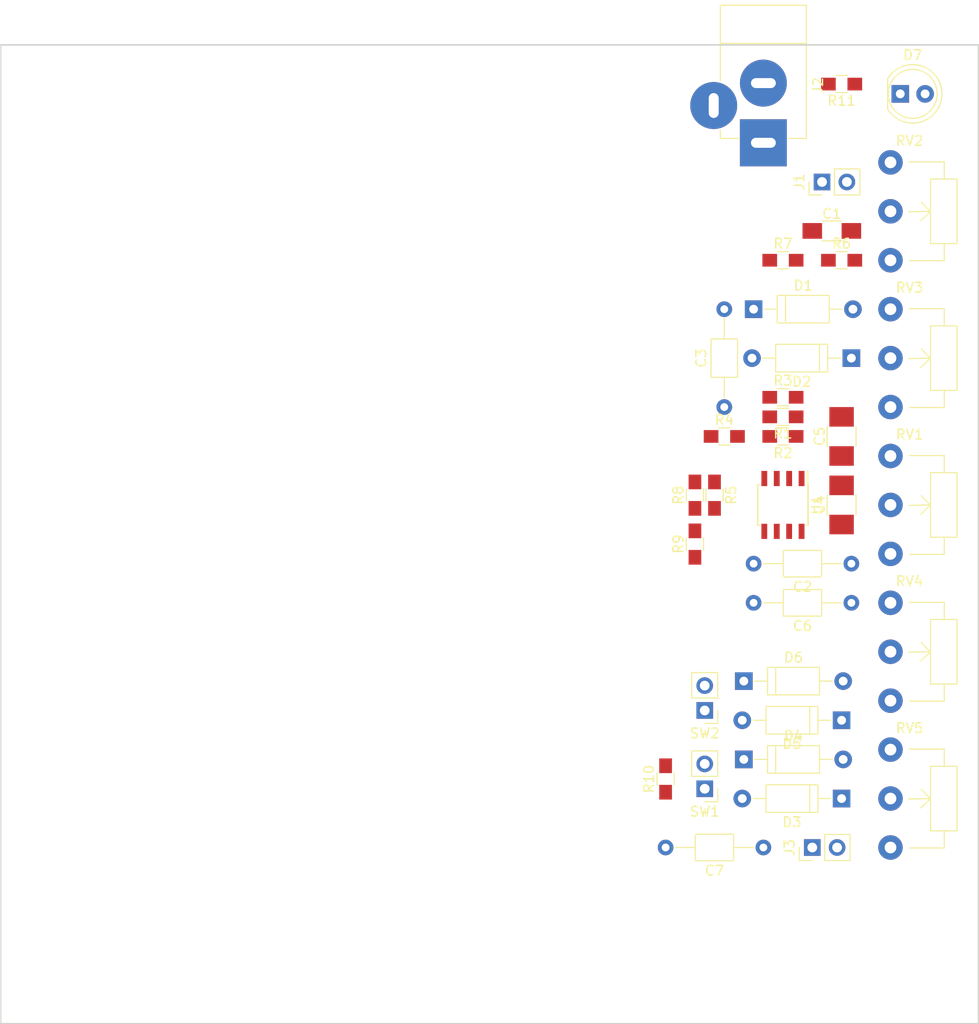
<source format=kicad_pcb>
(kicad_pcb (version 4) (host pcbnew 4.0.7)

  (general
    (links 60)
    (no_connects 60)
    (area 99.924999 99.924999 200.075001 200.075001)
    (thickness 1.6)
    (drawings 4)
    (tracks 0)
    (zones 0)
    (modules 36)
    (nets 25)
  )

  (page A3)
  (layers
    (0 F.Cu signal)
    (31 B.Cu signal)
    (32 B.Adhes user)
    (33 F.Adhes user)
    (34 B.Paste user)
    (35 F.Paste user)
    (36 B.SilkS user)
    (37 F.SilkS user)
    (38 B.Mask user)
    (39 F.Mask user)
    (40 Dwgs.User user)
    (41 Cmts.User user)
    (42 Eco1.User user)
    (43 Eco2.User user)
    (44 Edge.Cuts user)
    (45 Margin user)
    (46 B.CrtYd user)
    (47 F.CrtYd user)
    (48 B.Fab user)
    (49 F.Fab user)
  )

  (setup
    (last_trace_width 0.25)
    (trace_clearance 0.2)
    (zone_clearance 0.508)
    (zone_45_only no)
    (trace_min 0.2)
    (segment_width 0.2)
    (edge_width 0.15)
    (via_size 0.6)
    (via_drill 0.4)
    (via_min_size 0.4)
    (via_min_drill 0.3)
    (uvia_size 0.3)
    (uvia_drill 0.1)
    (uvias_allowed no)
    (uvia_min_size 0.2)
    (uvia_min_drill 0.1)
    (pcb_text_width 0.3)
    (pcb_text_size 1.5 1.5)
    (mod_edge_width 0.15)
    (mod_text_size 1 1)
    (mod_text_width 0.15)
    (pad_size 1.524 1.524)
    (pad_drill 0.762)
    (pad_to_mask_clearance 0.2)
    (aux_axis_origin 0 0)
    (visible_elements FFFFFF7F)
    (pcbplotparams
      (layerselection 0x00030_80000001)
      (usegerberextensions false)
      (excludeedgelayer true)
      (linewidth 0.100000)
      (plotframeref false)
      (viasonmask false)
      (mode 1)
      (useauxorigin false)
      (hpglpennumber 1)
      (hpglpenspeed 20)
      (hpglpendiameter 15)
      (hpglpenoverlay 2)
      (psnegative false)
      (psa4output false)
      (plotreference true)
      (plotvalue true)
      (plotinvisibletext false)
      (padsonsilk false)
      (subtractmaskfromsilk false)
      (outputformat 1)
      (mirror false)
      (drillshape 1)
      (scaleselection 1)
      (outputdirectory ""))
  )

  (net 0 "")
  (net 1 "Net-(C1-Pad1)")
  (net 2 GNDA)
  (net 3 "Net-(C2-Pad1)")
  (net 4 GND)
  (net 5 "Net-(C3-Pad1)")
  (net 6 VCC)
  (net 7 "Net-(C4-Pad2)")
  (net 8 VSS)
  (net 9 "Net-(C6-Pad1)")
  (net 10 "Net-(C6-Pad2)")
  (net 11 "Net-(C7-Pad1)")
  (net 12 "Net-(C7-Pad2)")
  (net 13 "Net-(D1-Pad1)")
  (net 14 "Net-(D1-Pad2)")
  (net 15 "Net-(D3-Pad2)")
  (net 16 "Net-(D5-Pad2)")
  (net 17 "Net-(R1-Pad1)")
  (net 18 "Net-(R3-Pad2)")
  (net 19 "Net-(R4-Pad1)")
  (net 20 "Net-(R6-Pad1)")
  (net 21 "Net-(R7-Pad1)")
  (net 22 "Net-(R10-Pad2)")
  (net 23 "Net-(J3-Pad1)")
  (net 24 "Net-(D7-Pad1)")

  (net_class Default "This is the default net class."
    (clearance 0.2)
    (trace_width 0.25)
    (via_dia 0.6)
    (via_drill 0.4)
    (uvia_dia 0.3)
    (uvia_drill 0.1)
    (add_net GND)
    (add_net GNDA)
    (add_net "Net-(C1-Pad1)")
    (add_net "Net-(C2-Pad1)")
    (add_net "Net-(C3-Pad1)")
    (add_net "Net-(C4-Pad2)")
    (add_net "Net-(C6-Pad1)")
    (add_net "Net-(C6-Pad2)")
    (add_net "Net-(C7-Pad1)")
    (add_net "Net-(C7-Pad2)")
    (add_net "Net-(D1-Pad1)")
    (add_net "Net-(D1-Pad2)")
    (add_net "Net-(D3-Pad2)")
    (add_net "Net-(D5-Pad2)")
    (add_net "Net-(D7-Pad1)")
    (add_net "Net-(J3-Pad1)")
    (add_net "Net-(R1-Pad1)")
    (add_net "Net-(R10-Pad2)")
    (add_net "Net-(R3-Pad2)")
    (add_net "Net-(R4-Pad1)")
    (add_net "Net-(R6-Pad1)")
    (add_net "Net-(R7-Pad1)")
    (add_net VCC)
    (add_net VSS)
  )

  (module Capacitors_SMD:C_1206_HandSoldering (layer F.Cu) (tedit 58AA84D1) (tstamp 5ABF715C)
    (at 185 119)
    (descr "Capacitor SMD 1206, hand soldering")
    (tags "capacitor 1206")
    (path /5ABF5512)
    (attr smd)
    (fp_text reference C1 (at 0 -1.75) (layer F.SilkS)
      (effects (font (size 1 1) (thickness 0.15)))
    )
    (fp_text value C (at 0 2) (layer F.Fab)
      (effects (font (size 1 1) (thickness 0.15)))
    )
    (fp_text user %R (at 0 -1.75) (layer F.Fab)
      (effects (font (size 1 1) (thickness 0.15)))
    )
    (fp_line (start -1.6 0.8) (end -1.6 -0.8) (layer F.Fab) (width 0.1))
    (fp_line (start 1.6 0.8) (end -1.6 0.8) (layer F.Fab) (width 0.1))
    (fp_line (start 1.6 -0.8) (end 1.6 0.8) (layer F.Fab) (width 0.1))
    (fp_line (start -1.6 -0.8) (end 1.6 -0.8) (layer F.Fab) (width 0.1))
    (fp_line (start 1 -1.02) (end -1 -1.02) (layer F.SilkS) (width 0.12))
    (fp_line (start -1 1.02) (end 1 1.02) (layer F.SilkS) (width 0.12))
    (fp_line (start -3.25 -1.05) (end 3.25 -1.05) (layer F.CrtYd) (width 0.05))
    (fp_line (start -3.25 -1.05) (end -3.25 1.05) (layer F.CrtYd) (width 0.05))
    (fp_line (start 3.25 1.05) (end 3.25 -1.05) (layer F.CrtYd) (width 0.05))
    (fp_line (start 3.25 1.05) (end -3.25 1.05) (layer F.CrtYd) (width 0.05))
    (pad 1 smd rect (at -2 0) (size 2 1.6) (layers F.Cu F.Paste F.Mask)
      (net 1 "Net-(C1-Pad1)"))
    (pad 2 smd rect (at 2 0) (size 2 1.6) (layers F.Cu F.Paste F.Mask)
      (net 2 GNDA))
    (model Capacitors_SMD.3dshapes/C_1206.wrl
      (at (xyz 0 0 0))
      (scale (xyz 1 1 1))
      (rotate (xyz 0 0 0))
    )
  )

  (module Capacitors_THT:C_Axial_L3.8mm_D2.6mm_P10.00mm_Horizontal (layer F.Cu) (tedit 597BC7C2) (tstamp 5ABF7162)
    (at 187 153 180)
    (descr "C, Axial series, Axial, Horizontal, pin pitch=10mm, , length*diameter=3.8*2.6mm^2, http://www.vishay.com/docs/45231/arseries.pdf")
    (tags "C Axial series Axial Horizontal pin pitch 10mm  length 3.8mm diameter 2.6mm")
    (path /5ABF5490)
    (fp_text reference C2 (at 5 -2.36 180) (layer F.SilkS)
      (effects (font (size 1 1) (thickness 0.15)))
    )
    (fp_text value C (at 5 2.36 180) (layer F.Fab)
      (effects (font (size 1 1) (thickness 0.15)))
    )
    (fp_line (start 3.1 -1.3) (end 3.1 1.3) (layer F.Fab) (width 0.1))
    (fp_line (start 3.1 1.3) (end 6.9 1.3) (layer F.Fab) (width 0.1))
    (fp_line (start 6.9 1.3) (end 6.9 -1.3) (layer F.Fab) (width 0.1))
    (fp_line (start 6.9 -1.3) (end 3.1 -1.3) (layer F.Fab) (width 0.1))
    (fp_line (start 0 0) (end 3.1 0) (layer F.Fab) (width 0.1))
    (fp_line (start 10 0) (end 6.9 0) (layer F.Fab) (width 0.1))
    (fp_line (start 3.04 -1.36) (end 3.04 1.36) (layer F.SilkS) (width 0.12))
    (fp_line (start 3.04 1.36) (end 6.96 1.36) (layer F.SilkS) (width 0.12))
    (fp_line (start 6.96 1.36) (end 6.96 -1.36) (layer F.SilkS) (width 0.12))
    (fp_line (start 6.96 -1.36) (end 3.04 -1.36) (layer F.SilkS) (width 0.12))
    (fp_line (start 0.98 0) (end 3.04 0) (layer F.SilkS) (width 0.12))
    (fp_line (start 9.02 0) (end 6.96 0) (layer F.SilkS) (width 0.12))
    (fp_line (start -1.05 -1.65) (end -1.05 1.65) (layer F.CrtYd) (width 0.05))
    (fp_line (start -1.05 1.65) (end 11.05 1.65) (layer F.CrtYd) (width 0.05))
    (fp_line (start 11.05 1.65) (end 11.05 -1.65) (layer F.CrtYd) (width 0.05))
    (fp_line (start 11.05 -1.65) (end -1.05 -1.65) (layer F.CrtYd) (width 0.05))
    (fp_text user %R (at 5 0 180) (layer F.Fab)
      (effects (font (size 1 1) (thickness 0.15)))
    )
    (pad 1 thru_hole circle (at 0 0 180) (size 1.6 1.6) (drill 0.8) (layers *.Cu *.Mask)
      (net 3 "Net-(C2-Pad1)"))
    (pad 2 thru_hole oval (at 10 0 180) (size 1.6 1.6) (drill 0.8) (layers *.Cu *.Mask)
      (net 4 GND))
    (model ${KISYS3DMOD}/Capacitors_THT.3dshapes/C_Axial_L3.8mm_D2.6mm_P10.00mm_Horizontal.wrl
      (at (xyz 0 0 0))
      (scale (xyz 1 1 1))
      (rotate (xyz 0 0 0))
    )
  )

  (module Capacitors_THT:C_Axial_L3.8mm_D2.6mm_P10.00mm_Horizontal (layer F.Cu) (tedit 597BC7C2) (tstamp 5ABF7168)
    (at 174 137 90)
    (descr "C, Axial series, Axial, Horizontal, pin pitch=10mm, , length*diameter=3.8*2.6mm^2, http://www.vishay.com/docs/45231/arseries.pdf")
    (tags "C Axial series Axial Horizontal pin pitch 10mm  length 3.8mm diameter 2.6mm")
    (path /5ABF54C3)
    (fp_text reference C3 (at 5 -2.36 90) (layer F.SilkS)
      (effects (font (size 1 1) (thickness 0.15)))
    )
    (fp_text value C (at 5 2.36 90) (layer F.Fab)
      (effects (font (size 1 1) (thickness 0.15)))
    )
    (fp_line (start 3.1 -1.3) (end 3.1 1.3) (layer F.Fab) (width 0.1))
    (fp_line (start 3.1 1.3) (end 6.9 1.3) (layer F.Fab) (width 0.1))
    (fp_line (start 6.9 1.3) (end 6.9 -1.3) (layer F.Fab) (width 0.1))
    (fp_line (start 6.9 -1.3) (end 3.1 -1.3) (layer F.Fab) (width 0.1))
    (fp_line (start 0 0) (end 3.1 0) (layer F.Fab) (width 0.1))
    (fp_line (start 10 0) (end 6.9 0) (layer F.Fab) (width 0.1))
    (fp_line (start 3.04 -1.36) (end 3.04 1.36) (layer F.SilkS) (width 0.12))
    (fp_line (start 3.04 1.36) (end 6.96 1.36) (layer F.SilkS) (width 0.12))
    (fp_line (start 6.96 1.36) (end 6.96 -1.36) (layer F.SilkS) (width 0.12))
    (fp_line (start 6.96 -1.36) (end 3.04 -1.36) (layer F.SilkS) (width 0.12))
    (fp_line (start 0.98 0) (end 3.04 0) (layer F.SilkS) (width 0.12))
    (fp_line (start 9.02 0) (end 6.96 0) (layer F.SilkS) (width 0.12))
    (fp_line (start -1.05 -1.65) (end -1.05 1.65) (layer F.CrtYd) (width 0.05))
    (fp_line (start -1.05 1.65) (end 11.05 1.65) (layer F.CrtYd) (width 0.05))
    (fp_line (start 11.05 1.65) (end 11.05 -1.65) (layer F.CrtYd) (width 0.05))
    (fp_line (start 11.05 -1.65) (end -1.05 -1.65) (layer F.CrtYd) (width 0.05))
    (fp_text user %R (at 5 0 90) (layer F.Fab)
      (effects (font (size 1 1) (thickness 0.15)))
    )
    (pad 1 thru_hole circle (at 0 0 90) (size 1.6 1.6) (drill 0.8) (layers *.Cu *.Mask)
      (net 5 "Net-(C3-Pad1)"))
    (pad 2 thru_hole oval (at 10 0 90) (size 1.6 1.6) (drill 0.8) (layers *.Cu *.Mask)
      (net 1 "Net-(C1-Pad1)"))
    (model ${KISYS3DMOD}/Capacitors_THT.3dshapes/C_Axial_L3.8mm_D2.6mm_P10.00mm_Horizontal.wrl
      (at (xyz 0 0 0))
      (scale (xyz 1 1 1))
      (rotate (xyz 0 0 0))
    )
  )

  (module Capacitors_SMD:C_1210_HandSoldering (layer F.Cu) (tedit 58AA84FB) (tstamp 5ABF716E)
    (at 186 147 90)
    (descr "Capacitor SMD 1210, hand soldering")
    (tags "capacitor 1210")
    (path /5ABF4D1A)
    (attr smd)
    (fp_text reference C4 (at 0 -2.25 90) (layer F.SilkS)
      (effects (font (size 1 1) (thickness 0.15)))
    )
    (fp_text value C (at 0 2.5 90) (layer F.Fab)
      (effects (font (size 1 1) (thickness 0.15)))
    )
    (fp_text user %R (at 0 -2.25 90) (layer F.Fab)
      (effects (font (size 1 1) (thickness 0.15)))
    )
    (fp_line (start -1.6 1.25) (end -1.6 -1.25) (layer F.Fab) (width 0.1))
    (fp_line (start 1.6 1.25) (end -1.6 1.25) (layer F.Fab) (width 0.1))
    (fp_line (start 1.6 -1.25) (end 1.6 1.25) (layer F.Fab) (width 0.1))
    (fp_line (start -1.6 -1.25) (end 1.6 -1.25) (layer F.Fab) (width 0.1))
    (fp_line (start 1 -1.48) (end -1 -1.48) (layer F.SilkS) (width 0.12))
    (fp_line (start -1 1.48) (end 1 1.48) (layer F.SilkS) (width 0.12))
    (fp_line (start -3.25 -1.5) (end 3.25 -1.5) (layer F.CrtYd) (width 0.05))
    (fp_line (start -3.25 -1.5) (end -3.25 1.5) (layer F.CrtYd) (width 0.05))
    (fp_line (start 3.25 1.5) (end 3.25 -1.5) (layer F.CrtYd) (width 0.05))
    (fp_line (start 3.25 1.5) (end -3.25 1.5) (layer F.CrtYd) (width 0.05))
    (pad 1 smd rect (at -2 0 90) (size 2 2.5) (layers F.Cu F.Paste F.Mask)
      (net 6 VCC))
    (pad 2 smd rect (at 2 0 90) (size 2 2.5) (layers F.Cu F.Paste F.Mask)
      (net 7 "Net-(C4-Pad2)"))
    (model Capacitors_SMD.3dshapes/C_1210.wrl
      (at (xyz 0 0 0))
      (scale (xyz 1 1 1))
      (rotate (xyz 0 0 0))
    )
  )

  (module Capacitors_SMD:C_1210_HandSoldering (layer F.Cu) (tedit 58AA84FB) (tstamp 5ABF7174)
    (at 186 140 90)
    (descr "Capacitor SMD 1210, hand soldering")
    (tags "capacitor 1210")
    (path /5ABF4D65)
    (attr smd)
    (fp_text reference C5 (at 0 -2.25 90) (layer F.SilkS)
      (effects (font (size 1 1) (thickness 0.15)))
    )
    (fp_text value C (at 0 2.5 90) (layer F.Fab)
      (effects (font (size 1 1) (thickness 0.15)))
    )
    (fp_text user %R (at 0 -2.25 90) (layer F.Fab)
      (effects (font (size 1 1) (thickness 0.15)))
    )
    (fp_line (start -1.6 1.25) (end -1.6 -1.25) (layer F.Fab) (width 0.1))
    (fp_line (start 1.6 1.25) (end -1.6 1.25) (layer F.Fab) (width 0.1))
    (fp_line (start 1.6 -1.25) (end 1.6 1.25) (layer F.Fab) (width 0.1))
    (fp_line (start -1.6 -1.25) (end 1.6 -1.25) (layer F.Fab) (width 0.1))
    (fp_line (start 1 -1.48) (end -1 -1.48) (layer F.SilkS) (width 0.12))
    (fp_line (start -1 1.48) (end 1 1.48) (layer F.SilkS) (width 0.12))
    (fp_line (start -3.25 -1.5) (end 3.25 -1.5) (layer F.CrtYd) (width 0.05))
    (fp_line (start -3.25 -1.5) (end -3.25 1.5) (layer F.CrtYd) (width 0.05))
    (fp_line (start 3.25 1.5) (end 3.25 -1.5) (layer F.CrtYd) (width 0.05))
    (fp_line (start 3.25 1.5) (end -3.25 1.5) (layer F.CrtYd) (width 0.05))
    (pad 1 smd rect (at -2 0 90) (size 2 2.5) (layers F.Cu F.Paste F.Mask)
      (net 7 "Net-(C4-Pad2)"))
    (pad 2 smd rect (at 2 0 90) (size 2 2.5) (layers F.Cu F.Paste F.Mask)
      (net 8 VSS))
    (model Capacitors_SMD.3dshapes/C_1210.wrl
      (at (xyz 0 0 0))
      (scale (xyz 1 1 1))
      (rotate (xyz 0 0 0))
    )
  )

  (module Capacitors_THT:C_Axial_L3.8mm_D2.6mm_P10.00mm_Horizontal (layer F.Cu) (tedit 597BC7C2) (tstamp 5ABF717A)
    (at 187 157 180)
    (descr "C, Axial series, Axial, Horizontal, pin pitch=10mm, , length*diameter=3.8*2.6mm^2, http://www.vishay.com/docs/45231/arseries.pdf")
    (tags "C Axial series Axial Horizontal pin pitch 10mm  length 3.8mm diameter 2.6mm")
    (path /5ABF7313)
    (fp_text reference C6 (at 5 -2.36 180) (layer F.SilkS)
      (effects (font (size 1 1) (thickness 0.15)))
    )
    (fp_text value C (at 5 2.36 180) (layer F.Fab)
      (effects (font (size 1 1) (thickness 0.15)))
    )
    (fp_line (start 3.1 -1.3) (end 3.1 1.3) (layer F.Fab) (width 0.1))
    (fp_line (start 3.1 1.3) (end 6.9 1.3) (layer F.Fab) (width 0.1))
    (fp_line (start 6.9 1.3) (end 6.9 -1.3) (layer F.Fab) (width 0.1))
    (fp_line (start 6.9 -1.3) (end 3.1 -1.3) (layer F.Fab) (width 0.1))
    (fp_line (start 0 0) (end 3.1 0) (layer F.Fab) (width 0.1))
    (fp_line (start 10 0) (end 6.9 0) (layer F.Fab) (width 0.1))
    (fp_line (start 3.04 -1.36) (end 3.04 1.36) (layer F.SilkS) (width 0.12))
    (fp_line (start 3.04 1.36) (end 6.96 1.36) (layer F.SilkS) (width 0.12))
    (fp_line (start 6.96 1.36) (end 6.96 -1.36) (layer F.SilkS) (width 0.12))
    (fp_line (start 6.96 -1.36) (end 3.04 -1.36) (layer F.SilkS) (width 0.12))
    (fp_line (start 0.98 0) (end 3.04 0) (layer F.SilkS) (width 0.12))
    (fp_line (start 9.02 0) (end 6.96 0) (layer F.SilkS) (width 0.12))
    (fp_line (start -1.05 -1.65) (end -1.05 1.65) (layer F.CrtYd) (width 0.05))
    (fp_line (start -1.05 1.65) (end 11.05 1.65) (layer F.CrtYd) (width 0.05))
    (fp_line (start 11.05 1.65) (end 11.05 -1.65) (layer F.CrtYd) (width 0.05))
    (fp_line (start 11.05 -1.65) (end -1.05 -1.65) (layer F.CrtYd) (width 0.05))
    (fp_text user %R (at 5 0 180) (layer F.Fab)
      (effects (font (size 1 1) (thickness 0.15)))
    )
    (pad 1 thru_hole circle (at 0 0 180) (size 1.6 1.6) (drill 0.8) (layers *.Cu *.Mask)
      (net 9 "Net-(C6-Pad1)"))
    (pad 2 thru_hole oval (at 10 0 180) (size 1.6 1.6) (drill 0.8) (layers *.Cu *.Mask)
      (net 10 "Net-(C6-Pad2)"))
    (model ${KISYS3DMOD}/Capacitors_THT.3dshapes/C_Axial_L3.8mm_D2.6mm_P10.00mm_Horizontal.wrl
      (at (xyz 0 0 0))
      (scale (xyz 1 1 1))
      (rotate (xyz 0 0 0))
    )
  )

  (module Capacitors_THT:C_Axial_L3.8mm_D2.6mm_P10.00mm_Horizontal (layer F.Cu) (tedit 597BC7C2) (tstamp 5ABF7180)
    (at 178 182 180)
    (descr "C, Axial series, Axial, Horizontal, pin pitch=10mm, , length*diameter=3.8*2.6mm^2, http://www.vishay.com/docs/45231/arseries.pdf")
    (tags "C Axial series Axial Horizontal pin pitch 10mm  length 3.8mm diameter 2.6mm")
    (path /5ABF624F)
    (fp_text reference C7 (at 5 -2.36 180) (layer F.SilkS)
      (effects (font (size 1 1) (thickness 0.15)))
    )
    (fp_text value C (at 5 2.36 180) (layer F.Fab)
      (effects (font (size 1 1) (thickness 0.15)))
    )
    (fp_line (start 3.1 -1.3) (end 3.1 1.3) (layer F.Fab) (width 0.1))
    (fp_line (start 3.1 1.3) (end 6.9 1.3) (layer F.Fab) (width 0.1))
    (fp_line (start 6.9 1.3) (end 6.9 -1.3) (layer F.Fab) (width 0.1))
    (fp_line (start 6.9 -1.3) (end 3.1 -1.3) (layer F.Fab) (width 0.1))
    (fp_line (start 0 0) (end 3.1 0) (layer F.Fab) (width 0.1))
    (fp_line (start 10 0) (end 6.9 0) (layer F.Fab) (width 0.1))
    (fp_line (start 3.04 -1.36) (end 3.04 1.36) (layer F.SilkS) (width 0.12))
    (fp_line (start 3.04 1.36) (end 6.96 1.36) (layer F.SilkS) (width 0.12))
    (fp_line (start 6.96 1.36) (end 6.96 -1.36) (layer F.SilkS) (width 0.12))
    (fp_line (start 6.96 -1.36) (end 3.04 -1.36) (layer F.SilkS) (width 0.12))
    (fp_line (start 0.98 0) (end 3.04 0) (layer F.SilkS) (width 0.12))
    (fp_line (start 9.02 0) (end 6.96 0) (layer F.SilkS) (width 0.12))
    (fp_line (start -1.05 -1.65) (end -1.05 1.65) (layer F.CrtYd) (width 0.05))
    (fp_line (start -1.05 1.65) (end 11.05 1.65) (layer F.CrtYd) (width 0.05))
    (fp_line (start 11.05 1.65) (end 11.05 -1.65) (layer F.CrtYd) (width 0.05))
    (fp_line (start 11.05 -1.65) (end -1.05 -1.65) (layer F.CrtYd) (width 0.05))
    (fp_text user %R (at 5 0 180) (layer F.Fab)
      (effects (font (size 1 1) (thickness 0.15)))
    )
    (pad 1 thru_hole circle (at 0 0 180) (size 1.6 1.6) (drill 0.8) (layers *.Cu *.Mask)
      (net 11 "Net-(C7-Pad1)"))
    (pad 2 thru_hole oval (at 10 0 180) (size 1.6 1.6) (drill 0.8) (layers *.Cu *.Mask)
      (net 12 "Net-(C7-Pad2)"))
    (model ${KISYS3DMOD}/Capacitors_THT.3dshapes/C_Axial_L3.8mm_D2.6mm_P10.00mm_Horizontal.wrl
      (at (xyz 0 0 0))
      (scale (xyz 1 1 1))
      (rotate (xyz 0 0 0))
    )
  )

  (module Resistors_SMD:R_0805_HandSoldering (layer F.Cu) (tedit 58E0A804) (tstamp 5ABF71CC)
    (at 180 138 180)
    (descr "Resistor SMD 0805, hand soldering")
    (tags "resistor 0805")
    (path /5ABF52F5)
    (attr smd)
    (fp_text reference R1 (at 0 -1.7 180) (layer F.SilkS)
      (effects (font (size 1 1) (thickness 0.15)))
    )
    (fp_text value R (at 0 1.75 180) (layer F.Fab)
      (effects (font (size 1 1) (thickness 0.15)))
    )
    (fp_text user %R (at 0 0 180) (layer F.Fab)
      (effects (font (size 0.5 0.5) (thickness 0.075)))
    )
    (fp_line (start -1 0.62) (end -1 -0.62) (layer F.Fab) (width 0.1))
    (fp_line (start 1 0.62) (end -1 0.62) (layer F.Fab) (width 0.1))
    (fp_line (start 1 -0.62) (end 1 0.62) (layer F.Fab) (width 0.1))
    (fp_line (start -1 -0.62) (end 1 -0.62) (layer F.Fab) (width 0.1))
    (fp_line (start 0.6 0.88) (end -0.6 0.88) (layer F.SilkS) (width 0.12))
    (fp_line (start -0.6 -0.88) (end 0.6 -0.88) (layer F.SilkS) (width 0.12))
    (fp_line (start -2.35 -0.9) (end 2.35 -0.9) (layer F.CrtYd) (width 0.05))
    (fp_line (start -2.35 -0.9) (end -2.35 0.9) (layer F.CrtYd) (width 0.05))
    (fp_line (start 2.35 0.9) (end 2.35 -0.9) (layer F.CrtYd) (width 0.05))
    (fp_line (start 2.35 0.9) (end -2.35 0.9) (layer F.CrtYd) (width 0.05))
    (pad 1 smd rect (at -1.35 0 180) (size 1.5 1.3) (layers F.Cu F.Paste F.Mask)
      (net 17 "Net-(R1-Pad1)"))
    (pad 2 smd rect (at 1.35 0 180) (size 1.5 1.3) (layers F.Cu F.Paste F.Mask)
      (net 5 "Net-(C3-Pad1)"))
    (model ${KISYS3DMOD}/Resistors_SMD.3dshapes/R_0805.wrl
      (at (xyz 0 0 0))
      (scale (xyz 1 1 1))
      (rotate (xyz 0 0 0))
    )
  )

  (module Resistors_SMD:R_0805_HandSoldering (layer F.Cu) (tedit 58E0A804) (tstamp 5ABF71D2)
    (at 180 140 180)
    (descr "Resistor SMD 0805, hand soldering")
    (tags "resistor 0805")
    (path /5ABF5360)
    (attr smd)
    (fp_text reference R2 (at 0 -1.7 180) (layer F.SilkS)
      (effects (font (size 1 1) (thickness 0.15)))
    )
    (fp_text value R (at 0 1.75 180) (layer F.Fab)
      (effects (font (size 1 1) (thickness 0.15)))
    )
    (fp_text user %R (at 0 0 180) (layer F.Fab)
      (effects (font (size 0.5 0.5) (thickness 0.075)))
    )
    (fp_line (start -1 0.62) (end -1 -0.62) (layer F.Fab) (width 0.1))
    (fp_line (start 1 0.62) (end -1 0.62) (layer F.Fab) (width 0.1))
    (fp_line (start 1 -0.62) (end 1 0.62) (layer F.Fab) (width 0.1))
    (fp_line (start -1 -0.62) (end 1 -0.62) (layer F.Fab) (width 0.1))
    (fp_line (start 0.6 0.88) (end -0.6 0.88) (layer F.SilkS) (width 0.12))
    (fp_line (start -0.6 -0.88) (end 0.6 -0.88) (layer F.SilkS) (width 0.12))
    (fp_line (start -2.35 -0.9) (end 2.35 -0.9) (layer F.CrtYd) (width 0.05))
    (fp_line (start -2.35 -0.9) (end -2.35 0.9) (layer F.CrtYd) (width 0.05))
    (fp_line (start 2.35 0.9) (end 2.35 -0.9) (layer F.CrtYd) (width 0.05))
    (fp_line (start 2.35 0.9) (end -2.35 0.9) (layer F.CrtYd) (width 0.05))
    (pad 1 smd rect (at -1.35 0 180) (size 1.5 1.3) (layers F.Cu F.Paste F.Mask)
      (net 17 "Net-(R1-Pad1)"))
    (pad 2 smd rect (at 1.35 0 180) (size 1.5 1.3) (layers F.Cu F.Paste F.Mask)
      (net 4 GND))
    (model ${KISYS3DMOD}/Resistors_SMD.3dshapes/R_0805.wrl
      (at (xyz 0 0 0))
      (scale (xyz 1 1 1))
      (rotate (xyz 0 0 0))
    )
  )

  (module Resistors_SMD:R_0805_HandSoldering (layer F.Cu) (tedit 58E0A804) (tstamp 5ABF71D8)
    (at 180 136)
    (descr "Resistor SMD 0805, hand soldering")
    (tags "resistor 0805")
    (path /5ABF53C2)
    (attr smd)
    (fp_text reference R3 (at 0 -1.7) (layer F.SilkS)
      (effects (font (size 1 1) (thickness 0.15)))
    )
    (fp_text value R (at 0 1.75) (layer F.Fab)
      (effects (font (size 1 1) (thickness 0.15)))
    )
    (fp_text user %R (at 0 0) (layer F.Fab)
      (effects (font (size 0.5 0.5) (thickness 0.075)))
    )
    (fp_line (start -1 0.62) (end -1 -0.62) (layer F.Fab) (width 0.1))
    (fp_line (start 1 0.62) (end -1 0.62) (layer F.Fab) (width 0.1))
    (fp_line (start 1 -0.62) (end 1 0.62) (layer F.Fab) (width 0.1))
    (fp_line (start -1 -0.62) (end 1 -0.62) (layer F.Fab) (width 0.1))
    (fp_line (start 0.6 0.88) (end -0.6 0.88) (layer F.SilkS) (width 0.12))
    (fp_line (start -0.6 -0.88) (end 0.6 -0.88) (layer F.SilkS) (width 0.12))
    (fp_line (start -2.35 -0.9) (end 2.35 -0.9) (layer F.CrtYd) (width 0.05))
    (fp_line (start -2.35 -0.9) (end -2.35 0.9) (layer F.CrtYd) (width 0.05))
    (fp_line (start 2.35 0.9) (end 2.35 -0.9) (layer F.CrtYd) (width 0.05))
    (fp_line (start 2.35 0.9) (end -2.35 0.9) (layer F.CrtYd) (width 0.05))
    (pad 1 smd rect (at -1.35 0) (size 1.5 1.3) (layers F.Cu F.Paste F.Mask)
      (net 13 "Net-(D1-Pad1)"))
    (pad 2 smd rect (at 1.35 0) (size 1.5 1.3) (layers F.Cu F.Paste F.Mask)
      (net 18 "Net-(R3-Pad2)"))
    (model ${KISYS3DMOD}/Resistors_SMD.3dshapes/R_0805.wrl
      (at (xyz 0 0 0))
      (scale (xyz 1 1 1))
      (rotate (xyz 0 0 0))
    )
  )

  (module Resistors_SMD:R_0805_HandSoldering (layer F.Cu) (tedit 58E0A804) (tstamp 5ABF71DE)
    (at 174 140)
    (descr "Resistor SMD 0805, hand soldering")
    (tags "resistor 0805")
    (path /5ABF50AD)
    (attr smd)
    (fp_text reference R4 (at 0 -1.7) (layer F.SilkS)
      (effects (font (size 1 1) (thickness 0.15)))
    )
    (fp_text value 12k (at 0 1.75) (layer F.Fab)
      (effects (font (size 1 1) (thickness 0.15)))
    )
    (fp_text user %R (at 0 0) (layer F.Fab)
      (effects (font (size 0.5 0.5) (thickness 0.075)))
    )
    (fp_line (start -1 0.62) (end -1 -0.62) (layer F.Fab) (width 0.1))
    (fp_line (start 1 0.62) (end -1 0.62) (layer F.Fab) (width 0.1))
    (fp_line (start 1 -0.62) (end 1 0.62) (layer F.Fab) (width 0.1))
    (fp_line (start -1 -0.62) (end 1 -0.62) (layer F.Fab) (width 0.1))
    (fp_line (start 0.6 0.88) (end -0.6 0.88) (layer F.SilkS) (width 0.12))
    (fp_line (start -0.6 -0.88) (end 0.6 -0.88) (layer F.SilkS) (width 0.12))
    (fp_line (start -2.35 -0.9) (end 2.35 -0.9) (layer F.CrtYd) (width 0.05))
    (fp_line (start -2.35 -0.9) (end -2.35 0.9) (layer F.CrtYd) (width 0.05))
    (fp_line (start 2.35 0.9) (end 2.35 -0.9) (layer F.CrtYd) (width 0.05))
    (fp_line (start 2.35 0.9) (end -2.35 0.9) (layer F.CrtYd) (width 0.05))
    (pad 1 smd rect (at -1.35 0) (size 1.5 1.3) (layers F.Cu F.Paste F.Mask)
      (net 19 "Net-(R4-Pad1)"))
    (pad 2 smd rect (at 1.35 0) (size 1.5 1.3) (layers F.Cu F.Paste F.Mask)
      (net 4 GND))
    (model ${KISYS3DMOD}/Resistors_SMD.3dshapes/R_0805.wrl
      (at (xyz 0 0 0))
      (scale (xyz 1 1 1))
      (rotate (xyz 0 0 0))
    )
  )

  (module Resistors_SMD:R_0805_HandSoldering (layer F.Cu) (tedit 58E0A804) (tstamp 5ABF71E4)
    (at 173 146 270)
    (descr "Resistor SMD 0805, hand soldering")
    (tags "resistor 0805")
    (path /5ABF5082)
    (attr smd)
    (fp_text reference R5 (at 0 -1.7 270) (layer F.SilkS)
      (effects (font (size 1 1) (thickness 0.15)))
    )
    (fp_text value 20k (at 0 1.75 270) (layer F.Fab)
      (effects (font (size 1 1) (thickness 0.15)))
    )
    (fp_text user %R (at 0 0 270) (layer F.Fab)
      (effects (font (size 0.5 0.5) (thickness 0.075)))
    )
    (fp_line (start -1 0.62) (end -1 -0.62) (layer F.Fab) (width 0.1))
    (fp_line (start 1 0.62) (end -1 0.62) (layer F.Fab) (width 0.1))
    (fp_line (start 1 -0.62) (end 1 0.62) (layer F.Fab) (width 0.1))
    (fp_line (start -1 -0.62) (end 1 -0.62) (layer F.Fab) (width 0.1))
    (fp_line (start 0.6 0.88) (end -0.6 0.88) (layer F.SilkS) (width 0.12))
    (fp_line (start -0.6 -0.88) (end 0.6 -0.88) (layer F.SilkS) (width 0.12))
    (fp_line (start -2.35 -0.9) (end 2.35 -0.9) (layer F.CrtYd) (width 0.05))
    (fp_line (start -2.35 -0.9) (end -2.35 0.9) (layer F.CrtYd) (width 0.05))
    (fp_line (start 2.35 0.9) (end 2.35 -0.9) (layer F.CrtYd) (width 0.05))
    (fp_line (start 2.35 0.9) (end -2.35 0.9) (layer F.CrtYd) (width 0.05))
    (pad 1 smd rect (at -1.35 0 270) (size 1.5 1.3) (layers F.Cu F.Paste F.Mask)
      (net 4 GND))
    (pad 2 smd rect (at 1.35 0 270) (size 1.5 1.3) (layers F.Cu F.Paste F.Mask)
      (net 8 VSS))
    (model ${KISYS3DMOD}/Resistors_SMD.3dshapes/R_0805.wrl
      (at (xyz 0 0 0))
      (scale (xyz 1 1 1))
      (rotate (xyz 0 0 0))
    )
  )

  (module Resistors_SMD:R_0805_HandSoldering (layer F.Cu) (tedit 58E0A804) (tstamp 5ABF71EA)
    (at 186 122)
    (descr "Resistor SMD 0805, hand soldering")
    (tags "resistor 0805")
    (path /5ABF538F)
    (attr smd)
    (fp_text reference R6 (at 0 -1.7) (layer F.SilkS)
      (effects (font (size 1 1) (thickness 0.15)))
    )
    (fp_text value R (at 0 1.75) (layer F.Fab)
      (effects (font (size 1 1) (thickness 0.15)))
    )
    (fp_text user %R (at 0 0) (layer F.Fab)
      (effects (font (size 0.5 0.5) (thickness 0.075)))
    )
    (fp_line (start -1 0.62) (end -1 -0.62) (layer F.Fab) (width 0.1))
    (fp_line (start 1 0.62) (end -1 0.62) (layer F.Fab) (width 0.1))
    (fp_line (start 1 -0.62) (end 1 0.62) (layer F.Fab) (width 0.1))
    (fp_line (start -1 -0.62) (end 1 -0.62) (layer F.Fab) (width 0.1))
    (fp_line (start 0.6 0.88) (end -0.6 0.88) (layer F.SilkS) (width 0.12))
    (fp_line (start -0.6 -0.88) (end 0.6 -0.88) (layer F.SilkS) (width 0.12))
    (fp_line (start -2.35 -0.9) (end 2.35 -0.9) (layer F.CrtYd) (width 0.05))
    (fp_line (start -2.35 -0.9) (end -2.35 0.9) (layer F.CrtYd) (width 0.05))
    (fp_line (start 2.35 0.9) (end 2.35 -0.9) (layer F.CrtYd) (width 0.05))
    (fp_line (start 2.35 0.9) (end -2.35 0.9) (layer F.CrtYd) (width 0.05))
    (pad 1 smd rect (at -1.35 0) (size 1.5 1.3) (layers F.Cu F.Paste F.Mask)
      (net 20 "Net-(R6-Pad1)"))
    (pad 2 smd rect (at 1.35 0) (size 1.5 1.3) (layers F.Cu F.Paste F.Mask)
      (net 13 "Net-(D1-Pad1)"))
    (model ${KISYS3DMOD}/Resistors_SMD.3dshapes/R_0805.wrl
      (at (xyz 0 0 0))
      (scale (xyz 1 1 1))
      (rotate (xyz 0 0 0))
    )
  )

  (module Resistors_SMD:R_0805_HandSoldering (layer F.Cu) (tedit 58E0A804) (tstamp 5ABF71F0)
    (at 180 122)
    (descr "Resistor SMD 0805, hand soldering")
    (tags "resistor 0805")
    (path /5ABF6107)
    (attr smd)
    (fp_text reference R7 (at 0 -1.7) (layer F.SilkS)
      (effects (font (size 1 1) (thickness 0.15)))
    )
    (fp_text value R (at 0 1.75) (layer F.Fab)
      (effects (font (size 1 1) (thickness 0.15)))
    )
    (fp_text user %R (at 0 0) (layer F.Fab)
      (effects (font (size 0.5 0.5) (thickness 0.075)))
    )
    (fp_line (start -1 0.62) (end -1 -0.62) (layer F.Fab) (width 0.1))
    (fp_line (start 1 0.62) (end -1 0.62) (layer F.Fab) (width 0.1))
    (fp_line (start 1 -0.62) (end 1 0.62) (layer F.Fab) (width 0.1))
    (fp_line (start -1 -0.62) (end 1 -0.62) (layer F.Fab) (width 0.1))
    (fp_line (start 0.6 0.88) (end -0.6 0.88) (layer F.SilkS) (width 0.12))
    (fp_line (start -0.6 -0.88) (end 0.6 -0.88) (layer F.SilkS) (width 0.12))
    (fp_line (start -2.35 -0.9) (end 2.35 -0.9) (layer F.CrtYd) (width 0.05))
    (fp_line (start -2.35 -0.9) (end -2.35 0.9) (layer F.CrtYd) (width 0.05))
    (fp_line (start 2.35 0.9) (end 2.35 -0.9) (layer F.CrtYd) (width 0.05))
    (fp_line (start 2.35 0.9) (end -2.35 0.9) (layer F.CrtYd) (width 0.05))
    (pad 1 smd rect (at -1.35 0) (size 1.5 1.3) (layers F.Cu F.Paste F.Mask)
      (net 21 "Net-(R7-Pad1)"))
    (pad 2 smd rect (at 1.35 0) (size 1.5 1.3) (layers F.Cu F.Paste F.Mask)
      (net 20 "Net-(R6-Pad1)"))
    (model ${KISYS3DMOD}/Resistors_SMD.3dshapes/R_0805.wrl
      (at (xyz 0 0 0))
      (scale (xyz 1 1 1))
      (rotate (xyz 0 0 0))
    )
  )

  (module Resistors_SMD:R_0805_HandSoldering (layer F.Cu) (tedit 58E0A804) (tstamp 5ABF71F6)
    (at 171 146 90)
    (descr "Resistor SMD 0805, hand soldering")
    (tags "resistor 0805")
    (path /5ABF61B5)
    (attr smd)
    (fp_text reference R8 (at 0 -1.7 90) (layer F.SilkS)
      (effects (font (size 1 1) (thickness 0.15)))
    )
    (fp_text value R (at 0 1.75 90) (layer F.Fab)
      (effects (font (size 1 1) (thickness 0.15)))
    )
    (fp_text user %R (at 0 0 90) (layer F.Fab)
      (effects (font (size 0.5 0.5) (thickness 0.075)))
    )
    (fp_line (start -1 0.62) (end -1 -0.62) (layer F.Fab) (width 0.1))
    (fp_line (start 1 0.62) (end -1 0.62) (layer F.Fab) (width 0.1))
    (fp_line (start 1 -0.62) (end 1 0.62) (layer F.Fab) (width 0.1))
    (fp_line (start -1 -0.62) (end 1 -0.62) (layer F.Fab) (width 0.1))
    (fp_line (start 0.6 0.88) (end -0.6 0.88) (layer F.SilkS) (width 0.12))
    (fp_line (start -0.6 -0.88) (end 0.6 -0.88) (layer F.SilkS) (width 0.12))
    (fp_line (start -2.35 -0.9) (end 2.35 -0.9) (layer F.CrtYd) (width 0.05))
    (fp_line (start -2.35 -0.9) (end -2.35 0.9) (layer F.CrtYd) (width 0.05))
    (fp_line (start 2.35 0.9) (end 2.35 -0.9) (layer F.CrtYd) (width 0.05))
    (fp_line (start 2.35 0.9) (end -2.35 0.9) (layer F.CrtYd) (width 0.05))
    (pad 1 smd rect (at -1.35 0 90) (size 1.5 1.3) (layers F.Cu F.Paste F.Mask)
      (net 10 "Net-(C6-Pad2)"))
    (pad 2 smd rect (at 1.35 0 90) (size 1.5 1.3) (layers F.Cu F.Paste F.Mask)
      (net 4 GND))
    (model ${KISYS3DMOD}/Resistors_SMD.3dshapes/R_0805.wrl
      (at (xyz 0 0 0))
      (scale (xyz 1 1 1))
      (rotate (xyz 0 0 0))
    )
  )

  (module Resistors_SMD:R_0805_HandSoldering (layer F.Cu) (tedit 58E0A804) (tstamp 5ABF71FC)
    (at 171 151 90)
    (descr "Resistor SMD 0805, hand soldering")
    (tags "resistor 0805")
    (path /5ABF6144)
    (attr smd)
    (fp_text reference R9 (at 0 -1.7 90) (layer F.SilkS)
      (effects (font (size 1 1) (thickness 0.15)))
    )
    (fp_text value R (at 0 1.75 90) (layer F.Fab)
      (effects (font (size 1 1) (thickness 0.15)))
    )
    (fp_text user %R (at 0 0 90) (layer F.Fab)
      (effects (font (size 0.5 0.5) (thickness 0.075)))
    )
    (fp_line (start -1 0.62) (end -1 -0.62) (layer F.Fab) (width 0.1))
    (fp_line (start 1 0.62) (end -1 0.62) (layer F.Fab) (width 0.1))
    (fp_line (start 1 -0.62) (end 1 0.62) (layer F.Fab) (width 0.1))
    (fp_line (start -1 -0.62) (end 1 -0.62) (layer F.Fab) (width 0.1))
    (fp_line (start 0.6 0.88) (end -0.6 0.88) (layer F.SilkS) (width 0.12))
    (fp_line (start -0.6 -0.88) (end 0.6 -0.88) (layer F.SilkS) (width 0.12))
    (fp_line (start -2.35 -0.9) (end 2.35 -0.9) (layer F.CrtYd) (width 0.05))
    (fp_line (start -2.35 -0.9) (end -2.35 0.9) (layer F.CrtYd) (width 0.05))
    (fp_line (start 2.35 0.9) (end 2.35 -0.9) (layer F.CrtYd) (width 0.05))
    (fp_line (start 2.35 0.9) (end -2.35 0.9) (layer F.CrtYd) (width 0.05))
    (pad 1 smd rect (at -1.35 0 90) (size 1.5 1.3) (layers F.Cu F.Paste F.Mask)
      (net 9 "Net-(C6-Pad1)"))
    (pad 2 smd rect (at 1.35 0 90) (size 1.5 1.3) (layers F.Cu F.Paste F.Mask)
      (net 10 "Net-(C6-Pad2)"))
    (model ${KISYS3DMOD}/Resistors_SMD.3dshapes/R_0805.wrl
      (at (xyz 0 0 0))
      (scale (xyz 1 1 1))
      (rotate (xyz 0 0 0))
    )
  )

  (module Resistors_SMD:R_0805_HandSoldering (layer F.Cu) (tedit 58E0A804) (tstamp 5ABF7202)
    (at 168 175 90)
    (descr "Resistor SMD 0805, hand soldering")
    (tags "resistor 0805")
    (path /5ABF620C)
    (attr smd)
    (fp_text reference R10 (at 0 -1.7 90) (layer F.SilkS)
      (effects (font (size 1 1) (thickness 0.15)))
    )
    (fp_text value R (at 0 1.75 90) (layer F.Fab)
      (effects (font (size 1 1) (thickness 0.15)))
    )
    (fp_text user %R (at 0 0 90) (layer F.Fab)
      (effects (font (size 0.5 0.5) (thickness 0.075)))
    )
    (fp_line (start -1 0.62) (end -1 -0.62) (layer F.Fab) (width 0.1))
    (fp_line (start 1 0.62) (end -1 0.62) (layer F.Fab) (width 0.1))
    (fp_line (start 1 -0.62) (end 1 0.62) (layer F.Fab) (width 0.1))
    (fp_line (start -1 -0.62) (end 1 -0.62) (layer F.Fab) (width 0.1))
    (fp_line (start 0.6 0.88) (end -0.6 0.88) (layer F.SilkS) (width 0.12))
    (fp_line (start -0.6 -0.88) (end 0.6 -0.88) (layer F.SilkS) (width 0.12))
    (fp_line (start -2.35 -0.9) (end 2.35 -0.9) (layer F.CrtYd) (width 0.05))
    (fp_line (start -2.35 -0.9) (end -2.35 0.9) (layer F.CrtYd) (width 0.05))
    (fp_line (start 2.35 0.9) (end 2.35 -0.9) (layer F.CrtYd) (width 0.05))
    (fp_line (start 2.35 0.9) (end -2.35 0.9) (layer F.CrtYd) (width 0.05))
    (pad 1 smd rect (at -1.35 0 90) (size 1.5 1.3) (layers F.Cu F.Paste F.Mask)
      (net 12 "Net-(C7-Pad2)"))
    (pad 2 smd rect (at 1.35 0 90) (size 1.5 1.3) (layers F.Cu F.Paste F.Mask)
      (net 22 "Net-(R10-Pad2)"))
    (model ${KISYS3DMOD}/Resistors_SMD.3dshapes/R_0805.wrl
      (at (xyz 0 0 0))
      (scale (xyz 1 1 1))
      (rotate (xyz 0 0 0))
    )
  )

  (module Potentiometers:Potentiometer_WirePads_largePads (layer F.Cu) (tedit 58822A31) (tstamp 5ABF7209)
    (at 191 142)
    (descr "Potentiometer, Wire Pads only, RevA, 30 July 2010,")
    (tags "Potentiometer Wire Pads only RevA 30 July 2010 ")
    (path /5ABF5437)
    (fp_text reference RV1 (at 1.95 -2.2) (layer F.SilkS)
      (effects (font (size 1 1) (thickness 0.15)))
    )
    (fp_text value PrimGain (at 2 12.2) (layer F.Fab)
      (effects (font (size 1 1) (thickness 0.15)))
    )
    (fp_line (start 5.5 10.05) (end 1.95 10.05) (layer F.SilkS) (width 0.12))
    (fp_line (start 5.5 8.3) (end 5.5 10.05) (layer F.SilkS) (width 0.12))
    (fp_line (start 5.5 1.7) (end 5.5 -0.05) (layer F.SilkS) (width 0.12))
    (fp_line (start 5.5 -0.05) (end 1.9 -0.05) (layer F.SilkS) (width 0.12))
    (fp_line (start 4.1 5) (end 1.85 5.05) (layer F.SilkS) (width 0.12))
    (fp_line (start 4.1 5) (end 3.1 5.95) (layer F.SilkS) (width 0.12))
    (fp_line (start 4.1 5.05) (end 3.15 4.05) (layer F.SilkS) (width 0.12))
    (fp_line (start 4.1 1.7) (end 6.8 1.7) (layer F.SilkS) (width 0.12))
    (fp_line (start 6.8 1.7) (end 6.8 8.3) (layer F.SilkS) (width 0.12))
    (fp_line (start 6.8 8.3) (end 4.1 8.3) (layer F.SilkS) (width 0.12))
    (fp_line (start 4.1 8.3) (end 4.1 1.7) (layer F.SilkS) (width 0.12))
    (fp_line (start -1.5 -1.5) (end 7.05 -1.5) (layer F.CrtYd) (width 0.05))
    (fp_line (start -1.5 -1.5) (end -1.5 11.5) (layer F.CrtYd) (width 0.05))
    (fp_line (start 7.05 11.5) (end 7.05 -1.5) (layer F.CrtYd) (width 0.05))
    (fp_line (start 7.05 11.5) (end -1.5 11.5) (layer F.CrtYd) (width 0.05))
    (pad 2 thru_hole circle (at 0 5) (size 2.5 2.5) (drill 1.2) (layers *.Cu *.Mask)
      (net 3 "Net-(C2-Pad1)"))
    (pad 3 thru_hole circle (at 0 10) (size 2.5 2.5) (drill 1.2) (layers *.Cu *.Mask)
      (net 3 "Net-(C2-Pad1)"))
    (pad 1 thru_hole circle (at 0 0) (size 2.5 2.5) (drill 1.2) (layers *.Cu *.Mask)
      (net 18 "Net-(R3-Pad2)"))
  )

  (module Potentiometers:Potentiometer_WirePads_largePads (layer F.Cu) (tedit 58822A31) (tstamp 5ABF7210)
    (at 191 112)
    (descr "Potentiometer, Wire Pads only, RevA, 30 July 2010,")
    (tags "Potentiometer Wire Pads only RevA 30 July 2010 ")
    (path /5ABF50CE)
    (fp_text reference RV2 (at 1.95 -2.2) (layer F.SilkS)
      (effects (font (size 1 1) (thickness 0.15)))
    )
    (fp_text value Clip (at 2 12.2) (layer F.Fab)
      (effects (font (size 1 1) (thickness 0.15)))
    )
    (fp_line (start 5.5 10.05) (end 1.95 10.05) (layer F.SilkS) (width 0.12))
    (fp_line (start 5.5 8.3) (end 5.5 10.05) (layer F.SilkS) (width 0.12))
    (fp_line (start 5.5 1.7) (end 5.5 -0.05) (layer F.SilkS) (width 0.12))
    (fp_line (start 5.5 -0.05) (end 1.9 -0.05) (layer F.SilkS) (width 0.12))
    (fp_line (start 4.1 5) (end 1.85 5.05) (layer F.SilkS) (width 0.12))
    (fp_line (start 4.1 5) (end 3.1 5.95) (layer F.SilkS) (width 0.12))
    (fp_line (start 4.1 5.05) (end 3.15 4.05) (layer F.SilkS) (width 0.12))
    (fp_line (start 4.1 1.7) (end 6.8 1.7) (layer F.SilkS) (width 0.12))
    (fp_line (start 6.8 1.7) (end 6.8 8.3) (layer F.SilkS) (width 0.12))
    (fp_line (start 6.8 8.3) (end 4.1 8.3) (layer F.SilkS) (width 0.12))
    (fp_line (start 4.1 8.3) (end 4.1 1.7) (layer F.SilkS) (width 0.12))
    (fp_line (start -1.5 -1.5) (end 7.05 -1.5) (layer F.CrtYd) (width 0.05))
    (fp_line (start -1.5 -1.5) (end -1.5 11.5) (layer F.CrtYd) (width 0.05))
    (fp_line (start 7.05 11.5) (end 7.05 -1.5) (layer F.CrtYd) (width 0.05))
    (fp_line (start 7.05 11.5) (end -1.5 11.5) (layer F.CrtYd) (width 0.05))
    (pad 2 thru_hole circle (at 0 5) (size 2.5 2.5) (drill 1.2) (layers *.Cu *.Mask)
      (net 6 VCC))
    (pad 3 thru_hole circle (at 0 10) (size 2.5 2.5) (drill 1.2) (layers *.Cu *.Mask)
      (net 19 "Net-(R4-Pad1)"))
    (pad 1 thru_hole circle (at 0 0) (size 2.5 2.5) (drill 1.2) (layers *.Cu *.Mask)
      (net 6 VCC))
  )

  (module Potentiometers:Potentiometer_WirePads_largePads (layer F.Cu) (tedit 58822A31) (tstamp 5ABF7217)
    (at 191 127)
    (descr "Potentiometer, Wire Pads only, RevA, 30 July 2010,")
    (tags "Potentiometer Wire Pads only RevA 30 July 2010 ")
    (path /5ABF5B32)
    (fp_text reference RV3 (at 1.95 -2.2) (layer F.SilkS)
      (effects (font (size 1 1) (thickness 0.15)))
    )
    (fp_text value Softdrive (at 2 12.2) (layer F.Fab)
      (effects (font (size 1 1) (thickness 0.15)))
    )
    (fp_line (start 5.5 10.05) (end 1.95 10.05) (layer F.SilkS) (width 0.12))
    (fp_line (start 5.5 8.3) (end 5.5 10.05) (layer F.SilkS) (width 0.12))
    (fp_line (start 5.5 1.7) (end 5.5 -0.05) (layer F.SilkS) (width 0.12))
    (fp_line (start 5.5 -0.05) (end 1.9 -0.05) (layer F.SilkS) (width 0.12))
    (fp_line (start 4.1 5) (end 1.85 5.05) (layer F.SilkS) (width 0.12))
    (fp_line (start 4.1 5) (end 3.1 5.95) (layer F.SilkS) (width 0.12))
    (fp_line (start 4.1 5.05) (end 3.15 4.05) (layer F.SilkS) (width 0.12))
    (fp_line (start 4.1 1.7) (end 6.8 1.7) (layer F.SilkS) (width 0.12))
    (fp_line (start 6.8 1.7) (end 6.8 8.3) (layer F.SilkS) (width 0.12))
    (fp_line (start 6.8 8.3) (end 4.1 8.3) (layer F.SilkS) (width 0.12))
    (fp_line (start 4.1 8.3) (end 4.1 1.7) (layer F.SilkS) (width 0.12))
    (fp_line (start -1.5 -1.5) (end 7.05 -1.5) (layer F.CrtYd) (width 0.05))
    (fp_line (start -1.5 -1.5) (end -1.5 11.5) (layer F.CrtYd) (width 0.05))
    (fp_line (start 7.05 11.5) (end 7.05 -1.5) (layer F.CrtYd) (width 0.05))
    (fp_line (start 7.05 11.5) (end -1.5 11.5) (layer F.CrtYd) (width 0.05))
    (pad 2 thru_hole circle (at 0 5) (size 2.5 2.5) (drill 1.2) (layers *.Cu *.Mask)
      (net 14 "Net-(D1-Pad2)"))
    (pad 3 thru_hole circle (at 0 10) (size 2.5 2.5) (drill 1.2) (layers *.Cu *.Mask)
      (net 14 "Net-(D1-Pad2)"))
    (pad 1 thru_hole circle (at 0 0) (size 2.5 2.5) (drill 1.2) (layers *.Cu *.Mask)
      (net 20 "Net-(R6-Pad1)"))
  )

  (module Potentiometers:Potentiometer_WirePads_largePads (layer F.Cu) (tedit 58822A31) (tstamp 5ABF721E)
    (at 191 157)
    (descr "Potentiometer, Wire Pads only, RevA, 30 July 2010,")
    (tags "Potentiometer Wire Pads only RevA 30 July 2010 ")
    (path /5ABF6FB3)
    (fp_text reference RV4 (at 1.95 -2.2) (layer F.SilkS)
      (effects (font (size 1 1) (thickness 0.15)))
    )
    (fp_text value SecGain (at 2 12.2) (layer F.Fab)
      (effects (font (size 1 1) (thickness 0.15)))
    )
    (fp_line (start 5.5 10.05) (end 1.95 10.05) (layer F.SilkS) (width 0.12))
    (fp_line (start 5.5 8.3) (end 5.5 10.05) (layer F.SilkS) (width 0.12))
    (fp_line (start 5.5 1.7) (end 5.5 -0.05) (layer F.SilkS) (width 0.12))
    (fp_line (start 5.5 -0.05) (end 1.9 -0.05) (layer F.SilkS) (width 0.12))
    (fp_line (start 4.1 5) (end 1.85 5.05) (layer F.SilkS) (width 0.12))
    (fp_line (start 4.1 5) (end 3.1 5.95) (layer F.SilkS) (width 0.12))
    (fp_line (start 4.1 5.05) (end 3.15 4.05) (layer F.SilkS) (width 0.12))
    (fp_line (start 4.1 1.7) (end 6.8 1.7) (layer F.SilkS) (width 0.12))
    (fp_line (start 6.8 1.7) (end 6.8 8.3) (layer F.SilkS) (width 0.12))
    (fp_line (start 6.8 8.3) (end 4.1 8.3) (layer F.SilkS) (width 0.12))
    (fp_line (start 4.1 8.3) (end 4.1 1.7) (layer F.SilkS) (width 0.12))
    (fp_line (start -1.5 -1.5) (end 7.05 -1.5) (layer F.CrtYd) (width 0.05))
    (fp_line (start -1.5 -1.5) (end -1.5 11.5) (layer F.CrtYd) (width 0.05))
    (fp_line (start 7.05 11.5) (end 7.05 -1.5) (layer F.CrtYd) (width 0.05))
    (fp_line (start 7.05 11.5) (end -1.5 11.5) (layer F.CrtYd) (width 0.05))
    (pad 2 thru_hole circle (at 0 5) (size 2.5 2.5) (drill 1.2) (layers *.Cu *.Mask)
      (net 9 "Net-(C6-Pad1)"))
    (pad 3 thru_hole circle (at 0 10) (size 2.5 2.5) (drill 1.2) (layers *.Cu *.Mask)
      (net 9 "Net-(C6-Pad1)"))
    (pad 1 thru_hole circle (at 0 0) (size 2.5 2.5) (drill 1.2) (layers *.Cu *.Mask)
      (net 22 "Net-(R10-Pad2)"))
  )

  (module Potentiometers:Potentiometer_WirePads_largePads (layer F.Cu) (tedit 58822A31) (tstamp 5ABF7225)
    (at 191 172)
    (descr "Potentiometer, Wire Pads only, RevA, 30 July 2010,")
    (tags "Potentiometer Wire Pads only RevA 30 July 2010 ")
    (path /5ABF6E3F)
    (fp_text reference RV5 (at 1.95 -2.2) (layer F.SilkS)
      (effects (font (size 1 1) (thickness 0.15)))
    )
    (fp_text value Volume (at 2 12.2) (layer F.Fab)
      (effects (font (size 1 1) (thickness 0.15)))
    )
    (fp_line (start 5.5 10.05) (end 1.95 10.05) (layer F.SilkS) (width 0.12))
    (fp_line (start 5.5 8.3) (end 5.5 10.05) (layer F.SilkS) (width 0.12))
    (fp_line (start 5.5 1.7) (end 5.5 -0.05) (layer F.SilkS) (width 0.12))
    (fp_line (start 5.5 -0.05) (end 1.9 -0.05) (layer F.SilkS) (width 0.12))
    (fp_line (start 4.1 5) (end 1.85 5.05) (layer F.SilkS) (width 0.12))
    (fp_line (start 4.1 5) (end 3.1 5.95) (layer F.SilkS) (width 0.12))
    (fp_line (start 4.1 5.05) (end 3.15 4.05) (layer F.SilkS) (width 0.12))
    (fp_line (start 4.1 1.7) (end 6.8 1.7) (layer F.SilkS) (width 0.12))
    (fp_line (start 6.8 1.7) (end 6.8 8.3) (layer F.SilkS) (width 0.12))
    (fp_line (start 6.8 8.3) (end 4.1 8.3) (layer F.SilkS) (width 0.12))
    (fp_line (start 4.1 8.3) (end 4.1 1.7) (layer F.SilkS) (width 0.12))
    (fp_line (start -1.5 -1.5) (end 7.05 -1.5) (layer F.CrtYd) (width 0.05))
    (fp_line (start -1.5 -1.5) (end -1.5 11.5) (layer F.CrtYd) (width 0.05))
    (fp_line (start 7.05 11.5) (end 7.05 -1.5) (layer F.CrtYd) (width 0.05))
    (fp_line (start 7.05 11.5) (end -1.5 11.5) (layer F.CrtYd) (width 0.05))
    (pad 2 thru_hole circle (at 0 5) (size 2.5 2.5) (drill 1.2) (layers *.Cu *.Mask)
      (net 23 "Net-(J3-Pad1)"))
    (pad 3 thru_hole circle (at 0 10) (size 2.5 2.5) (drill 1.2) (layers *.Cu *.Mask)
      (net 2 GNDA))
    (pad 1 thru_hole circle (at 0 0) (size 2.5 2.5) (drill 1.2) (layers *.Cu *.Mask)
      (net 11 "Net-(C7-Pad1)"))
  )

  (module Pin_Headers:Pin_Header_Straight_1x02_Pitch2.54mm (layer F.Cu) (tedit 59650532) (tstamp 5ABF722B)
    (at 172 176 180)
    (descr "Through hole straight pin header, 1x02, 2.54mm pitch, single row")
    (tags "Through hole pin header THT 1x02 2.54mm single row")
    (path /5ABF6A37)
    (fp_text reference SW1 (at 0 -2.33 180) (layer F.SilkS)
      (effects (font (size 1 1) (thickness 0.15)))
    )
    (fp_text value SW_SPST (at 0 4.87 180) (layer F.Fab)
      (effects (font (size 1 1) (thickness 0.15)))
    )
    (fp_line (start -0.635 -1.27) (end 1.27 -1.27) (layer F.Fab) (width 0.1))
    (fp_line (start 1.27 -1.27) (end 1.27 3.81) (layer F.Fab) (width 0.1))
    (fp_line (start 1.27 3.81) (end -1.27 3.81) (layer F.Fab) (width 0.1))
    (fp_line (start -1.27 3.81) (end -1.27 -0.635) (layer F.Fab) (width 0.1))
    (fp_line (start -1.27 -0.635) (end -0.635 -1.27) (layer F.Fab) (width 0.1))
    (fp_line (start -1.33 3.87) (end 1.33 3.87) (layer F.SilkS) (width 0.12))
    (fp_line (start -1.33 1.27) (end -1.33 3.87) (layer F.SilkS) (width 0.12))
    (fp_line (start 1.33 1.27) (end 1.33 3.87) (layer F.SilkS) (width 0.12))
    (fp_line (start -1.33 1.27) (end 1.33 1.27) (layer F.SilkS) (width 0.12))
    (fp_line (start -1.33 0) (end -1.33 -1.33) (layer F.SilkS) (width 0.12))
    (fp_line (start -1.33 -1.33) (end 0 -1.33) (layer F.SilkS) (width 0.12))
    (fp_line (start -1.8 -1.8) (end -1.8 4.35) (layer F.CrtYd) (width 0.05))
    (fp_line (start -1.8 4.35) (end 1.8 4.35) (layer F.CrtYd) (width 0.05))
    (fp_line (start 1.8 4.35) (end 1.8 -1.8) (layer F.CrtYd) (width 0.05))
    (fp_line (start 1.8 -1.8) (end -1.8 -1.8) (layer F.CrtYd) (width 0.05))
    (fp_text user %R (at 0 1.27 270) (layer F.Fab)
      (effects (font (size 1 1) (thickness 0.15)))
    )
    (pad 1 thru_hole rect (at 0 0 180) (size 1.7 1.7) (drill 1) (layers *.Cu *.Mask)
      (net 15 "Net-(D3-Pad2)"))
    (pad 2 thru_hole oval (at 0 2.54 180) (size 1.7 1.7) (drill 1) (layers *.Cu *.Mask)
      (net 2 GNDA))
    (model ${KISYS3DMOD}/Pin_Headers.3dshapes/Pin_Header_Straight_1x02_Pitch2.54mm.wrl
      (at (xyz 0 0 0))
      (scale (xyz 1 1 1))
      (rotate (xyz 0 0 0))
    )
  )

  (module Pin_Headers:Pin_Header_Straight_1x02_Pitch2.54mm (layer F.Cu) (tedit 59650532) (tstamp 5ABF7231)
    (at 172 168 180)
    (descr "Through hole straight pin header, 1x02, 2.54mm pitch, single row")
    (tags "Through hole pin header THT 1x02 2.54mm single row")
    (path /5ABF6A98)
    (fp_text reference SW2 (at 0 -2.33 180) (layer F.SilkS)
      (effects (font (size 1 1) (thickness 0.15)))
    )
    (fp_text value SW_SPST (at 0 4.87 180) (layer F.Fab)
      (effects (font (size 1 1) (thickness 0.15)))
    )
    (fp_line (start -0.635 -1.27) (end 1.27 -1.27) (layer F.Fab) (width 0.1))
    (fp_line (start 1.27 -1.27) (end 1.27 3.81) (layer F.Fab) (width 0.1))
    (fp_line (start 1.27 3.81) (end -1.27 3.81) (layer F.Fab) (width 0.1))
    (fp_line (start -1.27 3.81) (end -1.27 -0.635) (layer F.Fab) (width 0.1))
    (fp_line (start -1.27 -0.635) (end -0.635 -1.27) (layer F.Fab) (width 0.1))
    (fp_line (start -1.33 3.87) (end 1.33 3.87) (layer F.SilkS) (width 0.12))
    (fp_line (start -1.33 1.27) (end -1.33 3.87) (layer F.SilkS) (width 0.12))
    (fp_line (start 1.33 1.27) (end 1.33 3.87) (layer F.SilkS) (width 0.12))
    (fp_line (start -1.33 1.27) (end 1.33 1.27) (layer F.SilkS) (width 0.12))
    (fp_line (start -1.33 0) (end -1.33 -1.33) (layer F.SilkS) (width 0.12))
    (fp_line (start -1.33 -1.33) (end 0 -1.33) (layer F.SilkS) (width 0.12))
    (fp_line (start -1.8 -1.8) (end -1.8 4.35) (layer F.CrtYd) (width 0.05))
    (fp_line (start -1.8 4.35) (end 1.8 4.35) (layer F.CrtYd) (width 0.05))
    (fp_line (start 1.8 4.35) (end 1.8 -1.8) (layer F.CrtYd) (width 0.05))
    (fp_line (start 1.8 -1.8) (end -1.8 -1.8) (layer F.CrtYd) (width 0.05))
    (fp_text user %R (at 0 1.27 270) (layer F.Fab)
      (effects (font (size 1 1) (thickness 0.15)))
    )
    (pad 1 thru_hole rect (at 0 0 180) (size 1.7 1.7) (drill 1) (layers *.Cu *.Mask)
      (net 2 GNDA))
    (pad 2 thru_hole oval (at 0 2.54 180) (size 1.7 1.7) (drill 1) (layers *.Cu *.Mask)
      (net 16 "Net-(D5-Pad2)"))
    (model ${KISYS3DMOD}/Pin_Headers.3dshapes/Pin_Header_Straight_1x02_Pitch2.54mm.wrl
      (at (xyz 0 0 0))
      (scale (xyz 1 1 1))
      (rotate (xyz 0 0 0))
    )
  )

  (module Housings_SOIC:SOIC-8_3.9x4.9mm_Pitch1.27mm (layer F.Cu) (tedit 58CD0CDA) (tstamp 5ABF723D)
    (at 180 147 270)
    (descr "8-Lead Plastic Small Outline (SN) - Narrow, 3.90 mm Body [SOIC] (see Microchip Packaging Specification 00000049BS.pdf)")
    (tags "SOIC 1.27")
    (path /5ABF4BDE)
    (attr smd)
    (fp_text reference U1 (at 0 -3.5 270) (layer F.SilkS)
      (effects (font (size 1 1) (thickness 0.15)))
    )
    (fp_text value NE5532 (at 0 3.5 270) (layer F.Fab)
      (effects (font (size 1 1) (thickness 0.15)))
    )
    (fp_text user %R (at 0 0 270) (layer F.Fab)
      (effects (font (size 1 1) (thickness 0.15)))
    )
    (fp_line (start -0.95 -2.45) (end 1.95 -2.45) (layer F.Fab) (width 0.1))
    (fp_line (start 1.95 -2.45) (end 1.95 2.45) (layer F.Fab) (width 0.1))
    (fp_line (start 1.95 2.45) (end -1.95 2.45) (layer F.Fab) (width 0.1))
    (fp_line (start -1.95 2.45) (end -1.95 -1.45) (layer F.Fab) (width 0.1))
    (fp_line (start -1.95 -1.45) (end -0.95 -2.45) (layer F.Fab) (width 0.1))
    (fp_line (start -3.73 -2.7) (end -3.73 2.7) (layer F.CrtYd) (width 0.05))
    (fp_line (start 3.73 -2.7) (end 3.73 2.7) (layer F.CrtYd) (width 0.05))
    (fp_line (start -3.73 -2.7) (end 3.73 -2.7) (layer F.CrtYd) (width 0.05))
    (fp_line (start -3.73 2.7) (end 3.73 2.7) (layer F.CrtYd) (width 0.05))
    (fp_line (start -2.075 -2.575) (end -2.075 -2.525) (layer F.SilkS) (width 0.15))
    (fp_line (start 2.075 -2.575) (end 2.075 -2.43) (layer F.SilkS) (width 0.15))
    (fp_line (start 2.075 2.575) (end 2.075 2.43) (layer F.SilkS) (width 0.15))
    (fp_line (start -2.075 2.575) (end -2.075 2.43) (layer F.SilkS) (width 0.15))
    (fp_line (start -2.075 -2.575) (end 2.075 -2.575) (layer F.SilkS) (width 0.15))
    (fp_line (start -2.075 2.575) (end 2.075 2.575) (layer F.SilkS) (width 0.15))
    (fp_line (start -2.075 -2.525) (end -3.475 -2.525) (layer F.SilkS) (width 0.15))
    (pad 1 smd rect (at -2.7 -1.905 270) (size 1.55 0.6) (layers F.Cu F.Paste F.Mask)
      (net 20 "Net-(R6-Pad1)"))
    (pad 2 smd rect (at -2.7 -0.635 270) (size 1.55 0.6) (layers F.Cu F.Paste F.Mask)
      (net 13 "Net-(D1-Pad1)"))
    (pad 3 smd rect (at -2.7 0.635 270) (size 1.55 0.6) (layers F.Cu F.Paste F.Mask)
      (net 17 "Net-(R1-Pad1)"))
    (pad 4 smd rect (at -2.7 1.905 270) (size 1.55 0.6) (layers F.Cu F.Paste F.Mask)
      (net 8 VSS))
    (pad 5 smd rect (at 2.7 1.905 270) (size 1.55 0.6) (layers F.Cu F.Paste F.Mask)
      (net 21 "Net-(R7-Pad1)"))
    (pad 6 smd rect (at 2.7 0.635 270) (size 1.55 0.6) (layers F.Cu F.Paste F.Mask)
      (net 10 "Net-(C6-Pad2)"))
    (pad 7 smd rect (at 2.7 -0.635 270) (size 1.55 0.6) (layers F.Cu F.Paste F.Mask)
      (net 22 "Net-(R10-Pad2)"))
    (pad 8 smd rect (at 2.7 -1.905 270) (size 1.55 0.6) (layers F.Cu F.Paste F.Mask)
      (net 6 VCC))
    (model ${KISYS3DMOD}/Housings_SOIC.3dshapes/SOIC-8_3.9x4.9mm_Pitch1.27mm.wrl
      (at (xyz 0 0 0))
      (scale (xyz 1 1 1))
      (rotate (xyz 0 0 0))
    )
  )

  (module Diodes_THT:D_A-405_P10.16mm_Horizontal (layer F.Cu) (tedit 5921392E) (tstamp 5ABFA7F1)
    (at 177 127)
    (descr "D, A-405 series, Axial, Horizontal, pin pitch=10.16mm, , length*diameter=5.2*2.7mm^2, , http://www.diodes.com/_files/packages/A-405.pdf")
    (tags "D A-405 series Axial Horizontal pin pitch 10.16mm  length 5.2mm diameter 2.7mm")
    (path /5ABF5899)
    (fp_text reference D1 (at 5.08 -2.41) (layer F.SilkS)
      (effects (font (size 1 1) (thickness 0.15)))
    )
    (fp_text value D (at 5.08 2.41) (layer F.Fab)
      (effects (font (size 1 1) (thickness 0.15)))
    )
    (fp_text user %R (at 5.08 0) (layer F.Fab)
      (effects (font (size 1 1) (thickness 0.15)))
    )
    (fp_line (start 2.48 -1.35) (end 2.48 1.35) (layer F.Fab) (width 0.1))
    (fp_line (start 2.48 1.35) (end 7.68 1.35) (layer F.Fab) (width 0.1))
    (fp_line (start 7.68 1.35) (end 7.68 -1.35) (layer F.Fab) (width 0.1))
    (fp_line (start 7.68 -1.35) (end 2.48 -1.35) (layer F.Fab) (width 0.1))
    (fp_line (start 0 0) (end 2.48 0) (layer F.Fab) (width 0.1))
    (fp_line (start 10.16 0) (end 7.68 0) (layer F.Fab) (width 0.1))
    (fp_line (start 3.26 -1.35) (end 3.26 1.35) (layer F.Fab) (width 0.1))
    (fp_line (start 2.42 -1.41) (end 2.42 1.41) (layer F.SilkS) (width 0.12))
    (fp_line (start 2.42 1.41) (end 7.74 1.41) (layer F.SilkS) (width 0.12))
    (fp_line (start 7.74 1.41) (end 7.74 -1.41) (layer F.SilkS) (width 0.12))
    (fp_line (start 7.74 -1.41) (end 2.42 -1.41) (layer F.SilkS) (width 0.12))
    (fp_line (start 1.08 0) (end 2.42 0) (layer F.SilkS) (width 0.12))
    (fp_line (start 9.08 0) (end 7.74 0) (layer F.SilkS) (width 0.12))
    (fp_line (start 3.26 -1.41) (end 3.26 1.41) (layer F.SilkS) (width 0.12))
    (fp_line (start -1.15 -1.7) (end -1.15 1.7) (layer F.CrtYd) (width 0.05))
    (fp_line (start -1.15 1.7) (end 11.35 1.7) (layer F.CrtYd) (width 0.05))
    (fp_line (start 11.35 1.7) (end 11.35 -1.7) (layer F.CrtYd) (width 0.05))
    (fp_line (start 11.35 -1.7) (end -1.15 -1.7) (layer F.CrtYd) (width 0.05))
    (pad 1 thru_hole rect (at 0 0) (size 1.8 1.8) (drill 0.9) (layers *.Cu *.Mask)
      (net 13 "Net-(D1-Pad1)"))
    (pad 2 thru_hole oval (at 10.16 0) (size 1.8 1.8) (drill 0.9) (layers *.Cu *.Mask)
      (net 14 "Net-(D1-Pad2)"))
    (model ${KISYS3DMOD}/Diodes_THT.3dshapes/D_A-405_P10.16mm_Horizontal.wrl
      (at (xyz 0 0 0))
      (scale (xyz 0.393701 0.393701 0.393701))
      (rotate (xyz 0 0 0))
    )
  )

  (module Diodes_THT:D_A-405_P10.16mm_Horizontal (layer F.Cu) (tedit 5921392E) (tstamp 5ABFA7F6)
    (at 187 132 180)
    (descr "D, A-405 series, Axial, Horizontal, pin pitch=10.16mm, , length*diameter=5.2*2.7mm^2, , http://www.diodes.com/_files/packages/A-405.pdf")
    (tags "D A-405 series Axial Horizontal pin pitch 10.16mm  length 5.2mm diameter 2.7mm")
    (path /5ABF58DA)
    (fp_text reference D2 (at 5.08 -2.41 180) (layer F.SilkS)
      (effects (font (size 1 1) (thickness 0.15)))
    )
    (fp_text value D (at 5.08 2.41 180) (layer F.Fab)
      (effects (font (size 1 1) (thickness 0.15)))
    )
    (fp_text user %R (at 5.08 0 180) (layer F.Fab)
      (effects (font (size 1 1) (thickness 0.15)))
    )
    (fp_line (start 2.48 -1.35) (end 2.48 1.35) (layer F.Fab) (width 0.1))
    (fp_line (start 2.48 1.35) (end 7.68 1.35) (layer F.Fab) (width 0.1))
    (fp_line (start 7.68 1.35) (end 7.68 -1.35) (layer F.Fab) (width 0.1))
    (fp_line (start 7.68 -1.35) (end 2.48 -1.35) (layer F.Fab) (width 0.1))
    (fp_line (start 0 0) (end 2.48 0) (layer F.Fab) (width 0.1))
    (fp_line (start 10.16 0) (end 7.68 0) (layer F.Fab) (width 0.1))
    (fp_line (start 3.26 -1.35) (end 3.26 1.35) (layer F.Fab) (width 0.1))
    (fp_line (start 2.42 -1.41) (end 2.42 1.41) (layer F.SilkS) (width 0.12))
    (fp_line (start 2.42 1.41) (end 7.74 1.41) (layer F.SilkS) (width 0.12))
    (fp_line (start 7.74 1.41) (end 7.74 -1.41) (layer F.SilkS) (width 0.12))
    (fp_line (start 7.74 -1.41) (end 2.42 -1.41) (layer F.SilkS) (width 0.12))
    (fp_line (start 1.08 0) (end 2.42 0) (layer F.SilkS) (width 0.12))
    (fp_line (start 9.08 0) (end 7.74 0) (layer F.SilkS) (width 0.12))
    (fp_line (start 3.26 -1.41) (end 3.26 1.41) (layer F.SilkS) (width 0.12))
    (fp_line (start -1.15 -1.7) (end -1.15 1.7) (layer F.CrtYd) (width 0.05))
    (fp_line (start -1.15 1.7) (end 11.35 1.7) (layer F.CrtYd) (width 0.05))
    (fp_line (start 11.35 1.7) (end 11.35 -1.7) (layer F.CrtYd) (width 0.05))
    (fp_line (start 11.35 -1.7) (end -1.15 -1.7) (layer F.CrtYd) (width 0.05))
    (pad 1 thru_hole rect (at 0 0 180) (size 1.8 1.8) (drill 0.9) (layers *.Cu *.Mask)
      (net 14 "Net-(D1-Pad2)"))
    (pad 2 thru_hole oval (at 10.16 0 180) (size 1.8 1.8) (drill 0.9) (layers *.Cu *.Mask)
      (net 13 "Net-(D1-Pad1)"))
    (model ${KISYS3DMOD}/Diodes_THT.3dshapes/D_A-405_P10.16mm_Horizontal.wrl
      (at (xyz 0 0 0))
      (scale (xyz 0.393701 0.393701 0.393701))
      (rotate (xyz 0 0 0))
    )
  )

  (module Diodes_THT:D_A-405_P10.16mm_Horizontal (layer F.Cu) (tedit 5921392E) (tstamp 5ABFA7FB)
    (at 186 177 180)
    (descr "D, A-405 series, Axial, Horizontal, pin pitch=10.16mm, , length*diameter=5.2*2.7mm^2, , http://www.diodes.com/_files/packages/A-405.pdf")
    (tags "D A-405 series Axial Horizontal pin pitch 10.16mm  length 5.2mm diameter 2.7mm")
    (path /5ABF667F)
    (fp_text reference D3 (at 5.08 -2.41 180) (layer F.SilkS)
      (effects (font (size 1 1) (thickness 0.15)))
    )
    (fp_text value D (at 5.08 2.41 180) (layer F.Fab)
      (effects (font (size 1 1) (thickness 0.15)))
    )
    (fp_text user %R (at 5.08 0 180) (layer F.Fab)
      (effects (font (size 1 1) (thickness 0.15)))
    )
    (fp_line (start 2.48 -1.35) (end 2.48 1.35) (layer F.Fab) (width 0.1))
    (fp_line (start 2.48 1.35) (end 7.68 1.35) (layer F.Fab) (width 0.1))
    (fp_line (start 7.68 1.35) (end 7.68 -1.35) (layer F.Fab) (width 0.1))
    (fp_line (start 7.68 -1.35) (end 2.48 -1.35) (layer F.Fab) (width 0.1))
    (fp_line (start 0 0) (end 2.48 0) (layer F.Fab) (width 0.1))
    (fp_line (start 10.16 0) (end 7.68 0) (layer F.Fab) (width 0.1))
    (fp_line (start 3.26 -1.35) (end 3.26 1.35) (layer F.Fab) (width 0.1))
    (fp_line (start 2.42 -1.41) (end 2.42 1.41) (layer F.SilkS) (width 0.12))
    (fp_line (start 2.42 1.41) (end 7.74 1.41) (layer F.SilkS) (width 0.12))
    (fp_line (start 7.74 1.41) (end 7.74 -1.41) (layer F.SilkS) (width 0.12))
    (fp_line (start 7.74 -1.41) (end 2.42 -1.41) (layer F.SilkS) (width 0.12))
    (fp_line (start 1.08 0) (end 2.42 0) (layer F.SilkS) (width 0.12))
    (fp_line (start 9.08 0) (end 7.74 0) (layer F.SilkS) (width 0.12))
    (fp_line (start 3.26 -1.41) (end 3.26 1.41) (layer F.SilkS) (width 0.12))
    (fp_line (start -1.15 -1.7) (end -1.15 1.7) (layer F.CrtYd) (width 0.05))
    (fp_line (start -1.15 1.7) (end 11.35 1.7) (layer F.CrtYd) (width 0.05))
    (fp_line (start 11.35 1.7) (end 11.35 -1.7) (layer F.CrtYd) (width 0.05))
    (fp_line (start 11.35 -1.7) (end -1.15 -1.7) (layer F.CrtYd) (width 0.05))
    (pad 1 thru_hole rect (at 0 0 180) (size 1.8 1.8) (drill 0.9) (layers *.Cu *.Mask)
      (net 11 "Net-(C7-Pad1)"))
    (pad 2 thru_hole oval (at 10.16 0 180) (size 1.8 1.8) (drill 0.9) (layers *.Cu *.Mask)
      (net 15 "Net-(D3-Pad2)"))
    (model ${KISYS3DMOD}/Diodes_THT.3dshapes/D_A-405_P10.16mm_Horizontal.wrl
      (at (xyz 0 0 0))
      (scale (xyz 0.393701 0.393701 0.393701))
      (rotate (xyz 0 0 0))
    )
  )

  (module Diodes_THT:D_A-405_P10.16mm_Horizontal (layer F.Cu) (tedit 5921392E) (tstamp 5ABFA800)
    (at 176 173)
    (descr "D, A-405 series, Axial, Horizontal, pin pitch=10.16mm, , length*diameter=5.2*2.7mm^2, , http://www.diodes.com/_files/packages/A-405.pdf")
    (tags "D A-405 series Axial Horizontal pin pitch 10.16mm  length 5.2mm diameter 2.7mm")
    (path /5ABF66D2)
    (fp_text reference D4 (at 5.08 -2.41) (layer F.SilkS)
      (effects (font (size 1 1) (thickness 0.15)))
    )
    (fp_text value D (at 5.08 2.41) (layer F.Fab)
      (effects (font (size 1 1) (thickness 0.15)))
    )
    (fp_text user %R (at 5.08 0) (layer F.Fab)
      (effects (font (size 1 1) (thickness 0.15)))
    )
    (fp_line (start 2.48 -1.35) (end 2.48 1.35) (layer F.Fab) (width 0.1))
    (fp_line (start 2.48 1.35) (end 7.68 1.35) (layer F.Fab) (width 0.1))
    (fp_line (start 7.68 1.35) (end 7.68 -1.35) (layer F.Fab) (width 0.1))
    (fp_line (start 7.68 -1.35) (end 2.48 -1.35) (layer F.Fab) (width 0.1))
    (fp_line (start 0 0) (end 2.48 0) (layer F.Fab) (width 0.1))
    (fp_line (start 10.16 0) (end 7.68 0) (layer F.Fab) (width 0.1))
    (fp_line (start 3.26 -1.35) (end 3.26 1.35) (layer F.Fab) (width 0.1))
    (fp_line (start 2.42 -1.41) (end 2.42 1.41) (layer F.SilkS) (width 0.12))
    (fp_line (start 2.42 1.41) (end 7.74 1.41) (layer F.SilkS) (width 0.12))
    (fp_line (start 7.74 1.41) (end 7.74 -1.41) (layer F.SilkS) (width 0.12))
    (fp_line (start 7.74 -1.41) (end 2.42 -1.41) (layer F.SilkS) (width 0.12))
    (fp_line (start 1.08 0) (end 2.42 0) (layer F.SilkS) (width 0.12))
    (fp_line (start 9.08 0) (end 7.74 0) (layer F.SilkS) (width 0.12))
    (fp_line (start 3.26 -1.41) (end 3.26 1.41) (layer F.SilkS) (width 0.12))
    (fp_line (start -1.15 -1.7) (end -1.15 1.7) (layer F.CrtYd) (width 0.05))
    (fp_line (start -1.15 1.7) (end 11.35 1.7) (layer F.CrtYd) (width 0.05))
    (fp_line (start 11.35 1.7) (end 11.35 -1.7) (layer F.CrtYd) (width 0.05))
    (fp_line (start 11.35 -1.7) (end -1.15 -1.7) (layer F.CrtYd) (width 0.05))
    (pad 1 thru_hole rect (at 0 0) (size 1.8 1.8) (drill 0.9) (layers *.Cu *.Mask)
      (net 15 "Net-(D3-Pad2)"))
    (pad 2 thru_hole oval (at 10.16 0) (size 1.8 1.8) (drill 0.9) (layers *.Cu *.Mask)
      (net 11 "Net-(C7-Pad1)"))
    (model ${KISYS3DMOD}/Diodes_THT.3dshapes/D_A-405_P10.16mm_Horizontal.wrl
      (at (xyz 0 0 0))
      (scale (xyz 0.393701 0.393701 0.393701))
      (rotate (xyz 0 0 0))
    )
  )

  (module Diodes_THT:D_A-405_P10.16mm_Horizontal (layer F.Cu) (tedit 5921392E) (tstamp 5ABFA805)
    (at 186 169 180)
    (descr "D, A-405 series, Axial, Horizontal, pin pitch=10.16mm, , length*diameter=5.2*2.7mm^2, , http://www.diodes.com/_files/packages/A-405.pdf")
    (tags "D A-405 series Axial Horizontal pin pitch 10.16mm  length 5.2mm diameter 2.7mm")
    (path /5ABF6788)
    (fp_text reference D5 (at 5.08 -2.41 180) (layer F.SilkS)
      (effects (font (size 1 1) (thickness 0.15)))
    )
    (fp_text value D (at 5.08 2.41 180) (layer F.Fab)
      (effects (font (size 1 1) (thickness 0.15)))
    )
    (fp_text user %R (at 5.08 0 180) (layer F.Fab)
      (effects (font (size 1 1) (thickness 0.15)))
    )
    (fp_line (start 2.48 -1.35) (end 2.48 1.35) (layer F.Fab) (width 0.1))
    (fp_line (start 2.48 1.35) (end 7.68 1.35) (layer F.Fab) (width 0.1))
    (fp_line (start 7.68 1.35) (end 7.68 -1.35) (layer F.Fab) (width 0.1))
    (fp_line (start 7.68 -1.35) (end 2.48 -1.35) (layer F.Fab) (width 0.1))
    (fp_line (start 0 0) (end 2.48 0) (layer F.Fab) (width 0.1))
    (fp_line (start 10.16 0) (end 7.68 0) (layer F.Fab) (width 0.1))
    (fp_line (start 3.26 -1.35) (end 3.26 1.35) (layer F.Fab) (width 0.1))
    (fp_line (start 2.42 -1.41) (end 2.42 1.41) (layer F.SilkS) (width 0.12))
    (fp_line (start 2.42 1.41) (end 7.74 1.41) (layer F.SilkS) (width 0.12))
    (fp_line (start 7.74 1.41) (end 7.74 -1.41) (layer F.SilkS) (width 0.12))
    (fp_line (start 7.74 -1.41) (end 2.42 -1.41) (layer F.SilkS) (width 0.12))
    (fp_line (start 1.08 0) (end 2.42 0) (layer F.SilkS) (width 0.12))
    (fp_line (start 9.08 0) (end 7.74 0) (layer F.SilkS) (width 0.12))
    (fp_line (start 3.26 -1.41) (end 3.26 1.41) (layer F.SilkS) (width 0.12))
    (fp_line (start -1.15 -1.7) (end -1.15 1.7) (layer F.CrtYd) (width 0.05))
    (fp_line (start -1.15 1.7) (end 11.35 1.7) (layer F.CrtYd) (width 0.05))
    (fp_line (start 11.35 1.7) (end 11.35 -1.7) (layer F.CrtYd) (width 0.05))
    (fp_line (start 11.35 -1.7) (end -1.15 -1.7) (layer F.CrtYd) (width 0.05))
    (pad 1 thru_hole rect (at 0 0 180) (size 1.8 1.8) (drill 0.9) (layers *.Cu *.Mask)
      (net 11 "Net-(C7-Pad1)"))
    (pad 2 thru_hole oval (at 10.16 0 180) (size 1.8 1.8) (drill 0.9) (layers *.Cu *.Mask)
      (net 16 "Net-(D5-Pad2)"))
    (model ${KISYS3DMOD}/Diodes_THT.3dshapes/D_A-405_P10.16mm_Horizontal.wrl
      (at (xyz 0 0 0))
      (scale (xyz 0.393701 0.393701 0.393701))
      (rotate (xyz 0 0 0))
    )
  )

  (module Diodes_THT:D_A-405_P10.16mm_Horizontal (layer F.Cu) (tedit 5921392E) (tstamp 5ABFA80A)
    (at 176 165)
    (descr "D, A-405 series, Axial, Horizontal, pin pitch=10.16mm, , length*diameter=5.2*2.7mm^2, , http://www.diodes.com/_files/packages/A-405.pdf")
    (tags "D A-405 series Axial Horizontal pin pitch 10.16mm  length 5.2mm diameter 2.7mm")
    (path /5ABF678E)
    (fp_text reference D6 (at 5.08 -2.41) (layer F.SilkS)
      (effects (font (size 1 1) (thickness 0.15)))
    )
    (fp_text value D (at 5.08 2.41) (layer F.Fab)
      (effects (font (size 1 1) (thickness 0.15)))
    )
    (fp_text user %R (at 5.08 0) (layer F.Fab)
      (effects (font (size 1 1) (thickness 0.15)))
    )
    (fp_line (start 2.48 -1.35) (end 2.48 1.35) (layer F.Fab) (width 0.1))
    (fp_line (start 2.48 1.35) (end 7.68 1.35) (layer F.Fab) (width 0.1))
    (fp_line (start 7.68 1.35) (end 7.68 -1.35) (layer F.Fab) (width 0.1))
    (fp_line (start 7.68 -1.35) (end 2.48 -1.35) (layer F.Fab) (width 0.1))
    (fp_line (start 0 0) (end 2.48 0) (layer F.Fab) (width 0.1))
    (fp_line (start 10.16 0) (end 7.68 0) (layer F.Fab) (width 0.1))
    (fp_line (start 3.26 -1.35) (end 3.26 1.35) (layer F.Fab) (width 0.1))
    (fp_line (start 2.42 -1.41) (end 2.42 1.41) (layer F.SilkS) (width 0.12))
    (fp_line (start 2.42 1.41) (end 7.74 1.41) (layer F.SilkS) (width 0.12))
    (fp_line (start 7.74 1.41) (end 7.74 -1.41) (layer F.SilkS) (width 0.12))
    (fp_line (start 7.74 -1.41) (end 2.42 -1.41) (layer F.SilkS) (width 0.12))
    (fp_line (start 1.08 0) (end 2.42 0) (layer F.SilkS) (width 0.12))
    (fp_line (start 9.08 0) (end 7.74 0) (layer F.SilkS) (width 0.12))
    (fp_line (start 3.26 -1.41) (end 3.26 1.41) (layer F.SilkS) (width 0.12))
    (fp_line (start -1.15 -1.7) (end -1.15 1.7) (layer F.CrtYd) (width 0.05))
    (fp_line (start -1.15 1.7) (end 11.35 1.7) (layer F.CrtYd) (width 0.05))
    (fp_line (start 11.35 1.7) (end 11.35 -1.7) (layer F.CrtYd) (width 0.05))
    (fp_line (start 11.35 -1.7) (end -1.15 -1.7) (layer F.CrtYd) (width 0.05))
    (pad 1 thru_hole rect (at 0 0) (size 1.8 1.8) (drill 0.9) (layers *.Cu *.Mask)
      (net 16 "Net-(D5-Pad2)"))
    (pad 2 thru_hole oval (at 10.16 0) (size 1.8 1.8) (drill 0.9) (layers *.Cu *.Mask)
      (net 11 "Net-(C7-Pad1)"))
    (model ${KISYS3DMOD}/Diodes_THT.3dshapes/D_A-405_P10.16mm_Horizontal.wrl
      (at (xyz 0 0 0))
      (scale (xyz 0.393701 0.393701 0.393701))
      (rotate (xyz 0 0 0))
    )
  )

  (module Pin_Headers:Pin_Header_Straight_1x02_Pitch2.54mm (layer F.Cu) (tedit 59650532) (tstamp 5ABFAB4E)
    (at 184 114 90)
    (descr "Through hole straight pin header, 1x02, 2.54mm pitch, single row")
    (tags "Through hole pin header THT 1x02 2.54mm single row")
    (path /5ABF7628)
    (fp_text reference J1 (at 0 -2.33 90) (layer F.SilkS)
      (effects (font (size 1 1) (thickness 0.15)))
    )
    (fp_text value Audio-Jack-2 (at 0 4.87 90) (layer F.Fab)
      (effects (font (size 1 1) (thickness 0.15)))
    )
    (fp_line (start -0.635 -1.27) (end 1.27 -1.27) (layer F.Fab) (width 0.1))
    (fp_line (start 1.27 -1.27) (end 1.27 3.81) (layer F.Fab) (width 0.1))
    (fp_line (start 1.27 3.81) (end -1.27 3.81) (layer F.Fab) (width 0.1))
    (fp_line (start -1.27 3.81) (end -1.27 -0.635) (layer F.Fab) (width 0.1))
    (fp_line (start -1.27 -0.635) (end -0.635 -1.27) (layer F.Fab) (width 0.1))
    (fp_line (start -1.33 3.87) (end 1.33 3.87) (layer F.SilkS) (width 0.12))
    (fp_line (start -1.33 1.27) (end -1.33 3.87) (layer F.SilkS) (width 0.12))
    (fp_line (start 1.33 1.27) (end 1.33 3.87) (layer F.SilkS) (width 0.12))
    (fp_line (start -1.33 1.27) (end 1.33 1.27) (layer F.SilkS) (width 0.12))
    (fp_line (start -1.33 0) (end -1.33 -1.33) (layer F.SilkS) (width 0.12))
    (fp_line (start -1.33 -1.33) (end 0 -1.33) (layer F.SilkS) (width 0.12))
    (fp_line (start -1.8 -1.8) (end -1.8 4.35) (layer F.CrtYd) (width 0.05))
    (fp_line (start -1.8 4.35) (end 1.8 4.35) (layer F.CrtYd) (width 0.05))
    (fp_line (start 1.8 4.35) (end 1.8 -1.8) (layer F.CrtYd) (width 0.05))
    (fp_line (start 1.8 -1.8) (end -1.8 -1.8) (layer F.CrtYd) (width 0.05))
    (fp_text user %R (at 0 1.27 180) (layer F.Fab)
      (effects (font (size 1 1) (thickness 0.15)))
    )
    (pad 1 thru_hole rect (at 0 0 90) (size 1.7 1.7) (drill 1) (layers *.Cu *.Mask)
      (net 1 "Net-(C1-Pad1)"))
    (pad 2 thru_hole oval (at 0 2.54 90) (size 1.7 1.7) (drill 1) (layers *.Cu *.Mask)
      (net 2 GNDA))
    (model ${KISYS3DMOD}/Pin_Headers.3dshapes/Pin_Header_Straight_1x02_Pitch2.54mm.wrl
      (at (xyz 0 0 0))
      (scale (xyz 1 1 1))
      (rotate (xyz 0 0 0))
    )
  )

  (module Pin_Headers:Pin_Header_Straight_1x02_Pitch2.54mm (layer F.Cu) (tedit 59650532) (tstamp 5ABFAB53)
    (at 183 182 90)
    (descr "Through hole straight pin header, 1x02, 2.54mm pitch, single row")
    (tags "Through hole pin header THT 1x02 2.54mm single row")
    (path /5ABF76C7)
    (fp_text reference J3 (at 0 -2.33 90) (layer F.SilkS)
      (effects (font (size 1 1) (thickness 0.15)))
    )
    (fp_text value Audio-Jack-2 (at 0 4.87 90) (layer F.Fab)
      (effects (font (size 1 1) (thickness 0.15)))
    )
    (fp_line (start -0.635 -1.27) (end 1.27 -1.27) (layer F.Fab) (width 0.1))
    (fp_line (start 1.27 -1.27) (end 1.27 3.81) (layer F.Fab) (width 0.1))
    (fp_line (start 1.27 3.81) (end -1.27 3.81) (layer F.Fab) (width 0.1))
    (fp_line (start -1.27 3.81) (end -1.27 -0.635) (layer F.Fab) (width 0.1))
    (fp_line (start -1.27 -0.635) (end -0.635 -1.27) (layer F.Fab) (width 0.1))
    (fp_line (start -1.33 3.87) (end 1.33 3.87) (layer F.SilkS) (width 0.12))
    (fp_line (start -1.33 1.27) (end -1.33 3.87) (layer F.SilkS) (width 0.12))
    (fp_line (start 1.33 1.27) (end 1.33 3.87) (layer F.SilkS) (width 0.12))
    (fp_line (start -1.33 1.27) (end 1.33 1.27) (layer F.SilkS) (width 0.12))
    (fp_line (start -1.33 0) (end -1.33 -1.33) (layer F.SilkS) (width 0.12))
    (fp_line (start -1.33 -1.33) (end 0 -1.33) (layer F.SilkS) (width 0.12))
    (fp_line (start -1.8 -1.8) (end -1.8 4.35) (layer F.CrtYd) (width 0.05))
    (fp_line (start -1.8 4.35) (end 1.8 4.35) (layer F.CrtYd) (width 0.05))
    (fp_line (start 1.8 4.35) (end 1.8 -1.8) (layer F.CrtYd) (width 0.05))
    (fp_line (start 1.8 -1.8) (end -1.8 -1.8) (layer F.CrtYd) (width 0.05))
    (fp_text user %R (at 0 1.27 180) (layer F.Fab)
      (effects (font (size 1 1) (thickness 0.15)))
    )
    (pad 1 thru_hole rect (at 0 0 90) (size 1.7 1.7) (drill 1) (layers *.Cu *.Mask)
      (net 23 "Net-(J3-Pad1)"))
    (pad 2 thru_hole oval (at 0 2.54 90) (size 1.7 1.7) (drill 1) (layers *.Cu *.Mask)
      (net 2 GNDA))
    (model ${KISYS3DMOD}/Pin_Headers.3dshapes/Pin_Header_Straight_1x02_Pitch2.54mm.wrl
      (at (xyz 0 0 0))
      (scale (xyz 1 1 1))
      (rotate (xyz 0 0 0))
    )
  )

  (module Resistors_SMD:R_0805_HandSoldering (layer F.Cu) (tedit 58E0A804) (tstamp 5ABFB15D)
    (at 186 104 180)
    (descr "Resistor SMD 0805, hand soldering")
    (tags "resistor 0805")
    (path /5ABFBA2D)
    (attr smd)
    (fp_text reference R11 (at 0 -1.7 180) (layer F.SilkS)
      (effects (font (size 1 1) (thickness 0.15)))
    )
    (fp_text value R (at 0 1.75 180) (layer F.Fab)
      (effects (font (size 1 1) (thickness 0.15)))
    )
    (fp_text user %R (at 0 0 180) (layer F.Fab)
      (effects (font (size 0.5 0.5) (thickness 0.075)))
    )
    (fp_line (start -1 0.62) (end -1 -0.62) (layer F.Fab) (width 0.1))
    (fp_line (start 1 0.62) (end -1 0.62) (layer F.Fab) (width 0.1))
    (fp_line (start 1 -0.62) (end 1 0.62) (layer F.Fab) (width 0.1))
    (fp_line (start -1 -0.62) (end 1 -0.62) (layer F.Fab) (width 0.1))
    (fp_line (start 0.6 0.88) (end -0.6 0.88) (layer F.SilkS) (width 0.12))
    (fp_line (start -0.6 -0.88) (end 0.6 -0.88) (layer F.SilkS) (width 0.12))
    (fp_line (start -2.35 -0.9) (end 2.35 -0.9) (layer F.CrtYd) (width 0.05))
    (fp_line (start -2.35 -0.9) (end -2.35 0.9) (layer F.CrtYd) (width 0.05))
    (fp_line (start 2.35 0.9) (end 2.35 -0.9) (layer F.CrtYd) (width 0.05))
    (fp_line (start 2.35 0.9) (end -2.35 0.9) (layer F.CrtYd) (width 0.05))
    (pad 1 smd rect (at -1.35 0 180) (size 1.5 1.3) (layers F.Cu F.Paste F.Mask)
      (net 24 "Net-(D7-Pad1)"))
    (pad 2 smd rect (at 1.35 0 180) (size 1.5 1.3) (layers F.Cu F.Paste F.Mask)
      (net 8 VSS))
    (model ${KISYS3DMOD}/Resistors_SMD.3dshapes/R_0805.wrl
      (at (xyz 0 0 0))
      (scale (xyz 1 1 1))
      (rotate (xyz 0 0 0))
    )
  )

  (module LEDs:LED_D5.0mm (layer F.Cu) (tedit 5995936A) (tstamp 5ABFB1C3)
    (at 192 105)
    (descr "LED, diameter 5.0mm, 2 pins, http://cdn-reichelt.de/documents/datenblatt/A500/LL-504BC2E-009.pdf")
    (tags "LED diameter 5.0mm 2 pins")
    (path /5ABFBAA0)
    (fp_text reference D7 (at 1.27 -3.96) (layer F.SilkS)
      (effects (font (size 1 1) (thickness 0.15)))
    )
    (fp_text value LED (at 1.27 3.96) (layer F.Fab)
      (effects (font (size 1 1) (thickness 0.15)))
    )
    (fp_arc (start 1.27 0) (end -1.23 -1.469694) (angle 299.1) (layer F.Fab) (width 0.1))
    (fp_arc (start 1.27 0) (end -1.29 -1.54483) (angle 148.9) (layer F.SilkS) (width 0.12))
    (fp_arc (start 1.27 0) (end -1.29 1.54483) (angle -148.9) (layer F.SilkS) (width 0.12))
    (fp_circle (center 1.27 0) (end 3.77 0) (layer F.Fab) (width 0.1))
    (fp_circle (center 1.27 0) (end 3.77 0) (layer F.SilkS) (width 0.12))
    (fp_line (start -1.23 -1.469694) (end -1.23 1.469694) (layer F.Fab) (width 0.1))
    (fp_line (start -1.29 -1.545) (end -1.29 1.545) (layer F.SilkS) (width 0.12))
    (fp_line (start -1.95 -3.25) (end -1.95 3.25) (layer F.CrtYd) (width 0.05))
    (fp_line (start -1.95 3.25) (end 4.5 3.25) (layer F.CrtYd) (width 0.05))
    (fp_line (start 4.5 3.25) (end 4.5 -3.25) (layer F.CrtYd) (width 0.05))
    (fp_line (start 4.5 -3.25) (end -1.95 -3.25) (layer F.CrtYd) (width 0.05))
    (fp_text user %R (at 1.25 0) (layer F.Fab)
      (effects (font (size 0.8 0.8) (thickness 0.2)))
    )
    (pad 1 thru_hole rect (at 0 0) (size 1.8 1.8) (drill 0.9) (layers *.Cu *.Mask)
      (net 24 "Net-(D7-Pad1)"))
    (pad 2 thru_hole circle (at 2.54 0) (size 1.8 1.8) (drill 0.9) (layers *.Cu *.Mask)
      (net 6 VCC))
    (model ${KISYS3DMOD}/LEDs.3dshapes/LED_D5.0mm.wrl
      (at (xyz 0 0 0))
      (scale (xyz 0.393701 0.393701 0.393701))
      (rotate (xyz 0 0 0))
    )
  )

  (module Connectors:JACK_ALIM (layer F.Cu) (tedit 587FEAEC) (tstamp 5ABFB1CA)
    (at 178 110 270)
    (descr "module 1 pin (ou trou mecanique de percage)")
    (tags "CONN JACK")
    (path /5ABFB13E)
    (fp_text reference J2 (at -5.84 -5.59 270) (layer F.SilkS)
      (effects (font (size 1 1) (thickness 0.15)))
    )
    (fp_text value Jack-DC (at -11.18 5.59 270) (layer F.Fab)
      (effects (font (size 1 1) (thickness 0.15)))
    )
    (fp_line (start -10.15 -4.4) (end -10.15 4.4) (layer F.SilkS) (width 0.12))
    (fp_line (start -6.35 4.4) (end -14.05 4.4) (layer F.SilkS) (width 0.12))
    (fp_line (start -14.05 4.4) (end -14.05 -4.4) (layer F.SilkS) (width 0.12))
    (fp_line (start -14.05 -4.4) (end -13.85 -4.4) (layer F.SilkS) (width 0.12))
    (fp_line (start -0.45 2.55) (end -0.45 4.4) (layer F.SilkS) (width 0.12))
    (fp_line (start -0.45 4.4) (end -1.3 4.4) (layer F.SilkS) (width 0.12))
    (fp_line (start -13.95 -4.4) (end -0.45 -4.4) (layer F.SilkS) (width 0.12))
    (fp_line (start -0.45 -4.4) (end -0.45 -2.55) (layer F.SilkS) (width 0.12))
    (fp_line (start -13.21 -4.32) (end -13.97 -4.32) (layer F.Fab) (width 0.1))
    (fp_line (start -13.97 -4.32) (end -13.97 4.32) (layer F.Fab) (width 0.1))
    (fp_line (start -13.97 4.32) (end -13.21 4.32) (layer F.Fab) (width 0.1))
    (fp_line (start -10.16 -4.32) (end -10.16 4.32) (layer F.Fab) (width 0.1))
    (fp_line (start -0.51 -4.32) (end -0.51 4.32) (layer F.Fab) (width 0.1))
    (fp_line (start -13.21 4.32) (end -0.51 4.32) (layer F.Fab) (width 0.1))
    (fp_line (start -13.21 -4.32) (end -0.51 -4.32) (layer F.Fab) (width 0.1))
    (fp_line (start -14.22 -4.57) (end 2.65 -4.57) (layer F.CrtYd) (width 0.05))
    (fp_line (start -14.22 -4.57) (end -14.22 7.73) (layer F.CrtYd) (width 0.05))
    (fp_line (start 2.65 7.73) (end 2.65 -4.57) (layer F.CrtYd) (width 0.05))
    (fp_line (start 2.65 7.73) (end -14.22 7.73) (layer F.CrtYd) (width 0.05))
    (pad 2 thru_hole circle (at -6.1 0 270) (size 4.8 4.8) (drill oval 1.02 2.54) (layers *.Cu *.Mask)
      (net 8 VSS))
    (pad 1 thru_hole rect (at 0 0 270) (size 4.8 4.8) (drill oval 1.02 2.54) (layers *.Cu *.Mask)
      (net 6 VCC))
    (pad 3 thru_hole circle (at -3.81 5.08 270) (size 4.8 4.8) (drill oval 2.54 1.02) (layers *.Cu *.Mask)
      (net 8 VSS))
    (model ${KISYS3DMOD}/Connectors.3dshapes/JACK_ALIM.wrl
      (at (xyz -0.24 0 0))
      (scale (xyz 0.8 0.8 0.8))
      (rotate (xyz 0 0 0))
    )
  )

  (gr_line (start 200 100) (end 100 100) (angle 90) (layer Edge.Cuts) (width 0.15))
  (gr_line (start 200 200) (end 200 100) (angle 90) (layer Edge.Cuts) (width 0.15))
  (gr_line (start 100 200) (end 200 200) (angle 90) (layer Edge.Cuts) (width 0.15))
  (gr_line (start 100 100) (end 100 200) (angle 90) (layer Edge.Cuts) (width 0.15))

)

</source>
